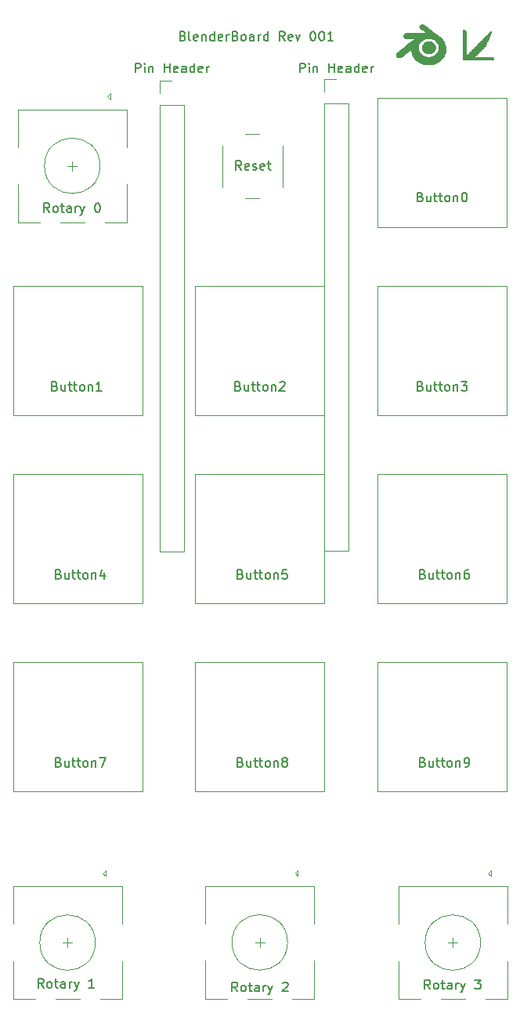
<source format=gbr>
%TF.GenerationSoftware,KiCad,Pcbnew,(5.1.10)-1*%
%TF.CreationDate,2022-09-07T09:40:49-04:00*%
%TF.ProjectId,BlenderMacroBoardPCB,426c656e-6465-4724-9d61-63726f426f61,rev?*%
%TF.SameCoordinates,Original*%
%TF.FileFunction,Legend,Top*%
%TF.FilePolarity,Positive*%
%FSLAX46Y46*%
G04 Gerber Fmt 4.6, Leading zero omitted, Abs format (unit mm)*
G04 Created by KiCad (PCBNEW (5.1.10)-1) date 2022-09-07 09:40:49*
%MOMM*%
%LPD*%
G01*
G04 APERTURE LIST*
%ADD10C,0.150000*%
%ADD11C,0.120000*%
%ADD12C,0.010000*%
G04 APERTURE END LIST*
D10*
X142185428Y-39044571D02*
X142328285Y-39092190D01*
X142375904Y-39139809D01*
X142423523Y-39235047D01*
X142423523Y-39377904D01*
X142375904Y-39473142D01*
X142328285Y-39520761D01*
X142233047Y-39568380D01*
X141852095Y-39568380D01*
X141852095Y-38568380D01*
X142185428Y-38568380D01*
X142280666Y-38616000D01*
X142328285Y-38663619D01*
X142375904Y-38758857D01*
X142375904Y-38854095D01*
X142328285Y-38949333D01*
X142280666Y-38996952D01*
X142185428Y-39044571D01*
X141852095Y-39044571D01*
X142994952Y-39568380D02*
X142899714Y-39520761D01*
X142852095Y-39425523D01*
X142852095Y-38568380D01*
X143756857Y-39520761D02*
X143661619Y-39568380D01*
X143471142Y-39568380D01*
X143375904Y-39520761D01*
X143328285Y-39425523D01*
X143328285Y-39044571D01*
X143375904Y-38949333D01*
X143471142Y-38901714D01*
X143661619Y-38901714D01*
X143756857Y-38949333D01*
X143804476Y-39044571D01*
X143804476Y-39139809D01*
X143328285Y-39235047D01*
X144233047Y-38901714D02*
X144233047Y-39568380D01*
X144233047Y-38996952D02*
X144280666Y-38949333D01*
X144375904Y-38901714D01*
X144518761Y-38901714D01*
X144614000Y-38949333D01*
X144661619Y-39044571D01*
X144661619Y-39568380D01*
X145566380Y-39568380D02*
X145566380Y-38568380D01*
X145566380Y-39520761D02*
X145471142Y-39568380D01*
X145280666Y-39568380D01*
X145185428Y-39520761D01*
X145137809Y-39473142D01*
X145090190Y-39377904D01*
X145090190Y-39092190D01*
X145137809Y-38996952D01*
X145185428Y-38949333D01*
X145280666Y-38901714D01*
X145471142Y-38901714D01*
X145566380Y-38949333D01*
X146423523Y-39520761D02*
X146328285Y-39568380D01*
X146137809Y-39568380D01*
X146042571Y-39520761D01*
X145994952Y-39425523D01*
X145994952Y-39044571D01*
X146042571Y-38949333D01*
X146137809Y-38901714D01*
X146328285Y-38901714D01*
X146423523Y-38949333D01*
X146471142Y-39044571D01*
X146471142Y-39139809D01*
X145994952Y-39235047D01*
X146899714Y-39568380D02*
X146899714Y-38901714D01*
X146899714Y-39092190D02*
X146947333Y-38996952D01*
X146994952Y-38949333D01*
X147090190Y-38901714D01*
X147185428Y-38901714D01*
X147852095Y-39044571D02*
X147994952Y-39092190D01*
X148042571Y-39139809D01*
X148090190Y-39235047D01*
X148090190Y-39377904D01*
X148042571Y-39473142D01*
X147994952Y-39520761D01*
X147899714Y-39568380D01*
X147518761Y-39568380D01*
X147518761Y-38568380D01*
X147852095Y-38568380D01*
X147947333Y-38616000D01*
X147994952Y-38663619D01*
X148042571Y-38758857D01*
X148042571Y-38854095D01*
X147994952Y-38949333D01*
X147947333Y-38996952D01*
X147852095Y-39044571D01*
X147518761Y-39044571D01*
X148661619Y-39568380D02*
X148566380Y-39520761D01*
X148518761Y-39473142D01*
X148471142Y-39377904D01*
X148471142Y-39092190D01*
X148518761Y-38996952D01*
X148566380Y-38949333D01*
X148661619Y-38901714D01*
X148804476Y-38901714D01*
X148899714Y-38949333D01*
X148947333Y-38996952D01*
X148994952Y-39092190D01*
X148994952Y-39377904D01*
X148947333Y-39473142D01*
X148899714Y-39520761D01*
X148804476Y-39568380D01*
X148661619Y-39568380D01*
X149852095Y-39568380D02*
X149852095Y-39044571D01*
X149804476Y-38949333D01*
X149709238Y-38901714D01*
X149518761Y-38901714D01*
X149423523Y-38949333D01*
X149852095Y-39520761D02*
X149756857Y-39568380D01*
X149518761Y-39568380D01*
X149423523Y-39520761D01*
X149375904Y-39425523D01*
X149375904Y-39330285D01*
X149423523Y-39235047D01*
X149518761Y-39187428D01*
X149756857Y-39187428D01*
X149852095Y-39139809D01*
X150328285Y-39568380D02*
X150328285Y-38901714D01*
X150328285Y-39092190D02*
X150375904Y-38996952D01*
X150423523Y-38949333D01*
X150518761Y-38901714D01*
X150614000Y-38901714D01*
X151375904Y-39568380D02*
X151375904Y-38568380D01*
X151375904Y-39520761D02*
X151280666Y-39568380D01*
X151090190Y-39568380D01*
X150994952Y-39520761D01*
X150947333Y-39473142D01*
X150899714Y-39377904D01*
X150899714Y-39092190D01*
X150947333Y-38996952D01*
X150994952Y-38949333D01*
X151090190Y-38901714D01*
X151280666Y-38901714D01*
X151375904Y-38949333D01*
X153185428Y-39568380D02*
X152852095Y-39092190D01*
X152614000Y-39568380D02*
X152614000Y-38568380D01*
X152994952Y-38568380D01*
X153090190Y-38616000D01*
X153137809Y-38663619D01*
X153185428Y-38758857D01*
X153185428Y-38901714D01*
X153137809Y-38996952D01*
X153090190Y-39044571D01*
X152994952Y-39092190D01*
X152614000Y-39092190D01*
X153994952Y-39520761D02*
X153899714Y-39568380D01*
X153709238Y-39568380D01*
X153614000Y-39520761D01*
X153566380Y-39425523D01*
X153566380Y-39044571D01*
X153614000Y-38949333D01*
X153709238Y-38901714D01*
X153899714Y-38901714D01*
X153994952Y-38949333D01*
X154042571Y-39044571D01*
X154042571Y-39139809D01*
X153566380Y-39235047D01*
X154375904Y-38901714D02*
X154614000Y-39568380D01*
X154852095Y-38901714D01*
X156185428Y-38568380D02*
X156280666Y-38568380D01*
X156375904Y-38616000D01*
X156423523Y-38663619D01*
X156471142Y-38758857D01*
X156518761Y-38949333D01*
X156518761Y-39187428D01*
X156471142Y-39377904D01*
X156423523Y-39473142D01*
X156375904Y-39520761D01*
X156280666Y-39568380D01*
X156185428Y-39568380D01*
X156090190Y-39520761D01*
X156042571Y-39473142D01*
X155994952Y-39377904D01*
X155947333Y-39187428D01*
X155947333Y-38949333D01*
X155994952Y-38758857D01*
X156042571Y-38663619D01*
X156090190Y-38616000D01*
X156185428Y-38568380D01*
X157137809Y-38568380D02*
X157233047Y-38568380D01*
X157328285Y-38616000D01*
X157375904Y-38663619D01*
X157423523Y-38758857D01*
X157471142Y-38949333D01*
X157471142Y-39187428D01*
X157423523Y-39377904D01*
X157375904Y-39473142D01*
X157328285Y-39520761D01*
X157233047Y-39568380D01*
X157137809Y-39568380D01*
X157042571Y-39520761D01*
X156994952Y-39473142D01*
X156947333Y-39377904D01*
X156899714Y-39187428D01*
X156899714Y-38949333D01*
X156947333Y-38758857D01*
X156994952Y-38663619D01*
X157042571Y-38616000D01*
X157137809Y-38568380D01*
X158423523Y-39568380D02*
X157852095Y-39568380D01*
X158137809Y-39568380D02*
X158137809Y-38568380D01*
X158042571Y-38711238D01*
X157947333Y-38806476D01*
X157852095Y-38854095D01*
D11*
%TO.C,Reset*%
X152947000Y-55388000D02*
X152947000Y-50888000D01*
X148947000Y-56638000D02*
X150447000Y-56638000D01*
X146447000Y-50888000D02*
X146447000Y-55388000D01*
X150447000Y-49638000D02*
X148947000Y-49638000D01*
D12*
%TO.C,G\u002A\u002A\u002A*%
G36*
X168108484Y-37824574D02*
G01*
X168138075Y-37828762D01*
X168163308Y-37836221D01*
X168190472Y-37848479D01*
X168202841Y-37854834D01*
X168216368Y-37863562D01*
X168242287Y-37881915D01*
X168279612Y-37909136D01*
X168327357Y-37944469D01*
X168384535Y-37987160D01*
X168450161Y-38036452D01*
X168523247Y-38091589D01*
X168602808Y-38151816D01*
X168687858Y-38216376D01*
X168777409Y-38284514D01*
X168870477Y-38355475D01*
X168966073Y-38428502D01*
X169063213Y-38502840D01*
X169160909Y-38577732D01*
X169258176Y-38652424D01*
X169354028Y-38726158D01*
X169447477Y-38798181D01*
X169537537Y-38867734D01*
X169623223Y-38934064D01*
X169703548Y-38996414D01*
X169777526Y-39054028D01*
X169844170Y-39106150D01*
X169902494Y-39152025D01*
X169951511Y-39190897D01*
X169990237Y-39222010D01*
X170017683Y-39244609D01*
X170027600Y-39253123D01*
X170127136Y-39350490D01*
X170220905Y-39460824D01*
X170306718Y-39580806D01*
X170382386Y-39707114D01*
X170445721Y-39836427D01*
X170492066Y-39957791D01*
X170535506Y-40117117D01*
X170562246Y-40277299D01*
X170572434Y-40437484D01*
X170566217Y-40596818D01*
X170543741Y-40754448D01*
X170505155Y-40909521D01*
X170450604Y-41061184D01*
X170380237Y-41208583D01*
X170294201Y-41350864D01*
X170238268Y-41429265D01*
X170196644Y-41480360D01*
X170144894Y-41537655D01*
X170086685Y-41597534D01*
X170025690Y-41656380D01*
X169965576Y-41710577D01*
X169910016Y-41756509D01*
X169893141Y-41769357D01*
X169743904Y-41869572D01*
X169586007Y-41955466D01*
X169420439Y-42026632D01*
X169248188Y-42082668D01*
X169070241Y-42123167D01*
X169003133Y-42134136D01*
X168947914Y-42140530D01*
X168880910Y-42145640D01*
X168806758Y-42149342D01*
X168730093Y-42151513D01*
X168655549Y-42152029D01*
X168587764Y-42150768D01*
X168531371Y-42147607D01*
X168523316Y-42146878D01*
X168347536Y-42122205D01*
X168177328Y-42083173D01*
X168013545Y-42030420D01*
X167857040Y-41964588D01*
X167708666Y-41886316D01*
X167569275Y-41796244D01*
X167439721Y-41695012D01*
X167320858Y-41583262D01*
X167213536Y-41461631D01*
X167118611Y-41330762D01*
X167036935Y-41191293D01*
X166969360Y-41043866D01*
X166937611Y-40956913D01*
X166904232Y-40842825D01*
X166882969Y-40736567D01*
X166873289Y-40634711D01*
X166873882Y-40546867D01*
X166879484Y-40441033D01*
X166859692Y-40458967D01*
X166848032Y-40468945D01*
X166824524Y-40488560D01*
X166790454Y-40516762D01*
X166747107Y-40552500D01*
X166695768Y-40594723D01*
X166637725Y-40642380D01*
X166574261Y-40694420D01*
X166506663Y-40749793D01*
X166436217Y-40807448D01*
X166364208Y-40866333D01*
X166291921Y-40925398D01*
X166220643Y-40983592D01*
X166151660Y-41039865D01*
X166086256Y-41093165D01*
X166025717Y-41142442D01*
X165971330Y-41186644D01*
X165924380Y-41224721D01*
X165886152Y-41255623D01*
X165857932Y-41278297D01*
X165841006Y-41291694D01*
X165838897Y-41293313D01*
X165768538Y-41338613D01*
X165695124Y-41371087D01*
X165620676Y-41390701D01*
X165547215Y-41397419D01*
X165476759Y-41391206D01*
X165411330Y-41372027D01*
X165352946Y-41339846D01*
X165310650Y-41302550D01*
X165280714Y-41264756D01*
X165260388Y-41224717D01*
X165246887Y-41176352D01*
X165243054Y-41155077D01*
X165240280Y-41087321D01*
X165252257Y-41016811D01*
X165277876Y-40946729D01*
X165316030Y-40880255D01*
X165356236Y-40830300D01*
X165369456Y-40818210D01*
X165395596Y-40796321D01*
X165434091Y-40765074D01*
X165484376Y-40724909D01*
X165545884Y-40676269D01*
X165618052Y-40619596D01*
X165700313Y-40555331D01*
X165792103Y-40483916D01*
X165892857Y-40405792D01*
X166002009Y-40321401D01*
X166073132Y-40266551D01*
X167593402Y-40266551D01*
X167593821Y-40388138D01*
X167610562Y-40508688D01*
X167643553Y-40627119D01*
X167692720Y-40742349D01*
X167753745Y-40846964D01*
X167832325Y-40949996D01*
X167923619Y-41042877D01*
X168026197Y-41124762D01*
X168138627Y-41194810D01*
X168259480Y-41252177D01*
X168387325Y-41296021D01*
X168520731Y-41325499D01*
X168579800Y-41333587D01*
X168639201Y-41337659D01*
X168708859Y-41338356D01*
X168782482Y-41335897D01*
X168853779Y-41330505D01*
X168916460Y-41322400D01*
X168921077Y-41321613D01*
X169032159Y-41296245D01*
X169143621Y-41259538D01*
X169251004Y-41213354D01*
X169349849Y-41159553D01*
X169416162Y-41114980D01*
X169518479Y-41029657D01*
X169607160Y-40936149D01*
X169681905Y-40835578D01*
X169742414Y-40729065D01*
X169788387Y-40617732D01*
X169819523Y-40502700D01*
X169835522Y-40385091D01*
X169836083Y-40266027D01*
X169820908Y-40146628D01*
X169789695Y-40028017D01*
X169742143Y-39911316D01*
X169739735Y-39906372D01*
X169675379Y-39794091D01*
X169597619Y-39691319D01*
X169507538Y-39598799D01*
X169406218Y-39517275D01*
X169294743Y-39447489D01*
X169174197Y-39390184D01*
X169045661Y-39346103D01*
X168910219Y-39315989D01*
X168870418Y-39310056D01*
X168821314Y-39305708D01*
X168761466Y-39303772D01*
X168695678Y-39304094D01*
X168628754Y-39306518D01*
X168565499Y-39310889D01*
X168510716Y-39317051D01*
X168478200Y-39322729D01*
X168342569Y-39359853D01*
X168214769Y-39410240D01*
X168095866Y-39473098D01*
X167986926Y-39547638D01*
X167889014Y-39633070D01*
X167803196Y-39728604D01*
X167730539Y-39833449D01*
X167690799Y-39906372D01*
X167641819Y-40024586D01*
X167609377Y-40145006D01*
X167593402Y-40266551D01*
X166073132Y-40266551D01*
X166118993Y-40231184D01*
X166243246Y-40135584D01*
X166363696Y-40043100D01*
X167323932Y-39306500D01*
X166760183Y-39301965D01*
X166638523Y-39300896D01*
X166532933Y-39299767D01*
X166442549Y-39298556D01*
X166366509Y-39297241D01*
X166303949Y-39295799D01*
X166254004Y-39294210D01*
X166215813Y-39292451D01*
X166188511Y-39290501D01*
X166171235Y-39288338D01*
X166165299Y-39286920D01*
X166117815Y-39264566D01*
X166073127Y-39232239D01*
X166037223Y-39194560D01*
X166027685Y-39180710D01*
X166013641Y-39155328D01*
X166005900Y-39132235D01*
X166002657Y-39104263D01*
X166002102Y-39079110D01*
X166009882Y-39013675D01*
X166033382Y-38953254D01*
X166071921Y-38898652D01*
X166124816Y-38850674D01*
X166191385Y-38810125D01*
X166251790Y-38784377D01*
X166306500Y-38764633D01*
X168483960Y-38756167D01*
X168171020Y-38502166D01*
X168087973Y-38434709D01*
X168017087Y-38376968D01*
X167957336Y-38328038D01*
X167907693Y-38287015D01*
X167867133Y-38252992D01*
X167834629Y-38225064D01*
X167809156Y-38202326D01*
X167789686Y-38183871D01*
X167775194Y-38168795D01*
X167764654Y-38156192D01*
X167757039Y-38145155D01*
X167751323Y-38134781D01*
X167748908Y-38129672D01*
X167734985Y-38079724D01*
X167736668Y-38028393D01*
X167753020Y-37977908D01*
X167783104Y-37930499D01*
X167825985Y-37888395D01*
X167860134Y-37865012D01*
X167920216Y-37838379D01*
X167989814Y-37824200D01*
X168068249Y-37822128D01*
X168108484Y-37824574D01*
G37*
X168108484Y-37824574D02*
X168138075Y-37828762D01*
X168163308Y-37836221D01*
X168190472Y-37848479D01*
X168202841Y-37854834D01*
X168216368Y-37863562D01*
X168242287Y-37881915D01*
X168279612Y-37909136D01*
X168327357Y-37944469D01*
X168384535Y-37987160D01*
X168450161Y-38036452D01*
X168523247Y-38091589D01*
X168602808Y-38151816D01*
X168687858Y-38216376D01*
X168777409Y-38284514D01*
X168870477Y-38355475D01*
X168966073Y-38428502D01*
X169063213Y-38502840D01*
X169160909Y-38577732D01*
X169258176Y-38652424D01*
X169354028Y-38726158D01*
X169447477Y-38798181D01*
X169537537Y-38867734D01*
X169623223Y-38934064D01*
X169703548Y-38996414D01*
X169777526Y-39054028D01*
X169844170Y-39106150D01*
X169902494Y-39152025D01*
X169951511Y-39190897D01*
X169990237Y-39222010D01*
X170017683Y-39244609D01*
X170027600Y-39253123D01*
X170127136Y-39350490D01*
X170220905Y-39460824D01*
X170306718Y-39580806D01*
X170382386Y-39707114D01*
X170445721Y-39836427D01*
X170492066Y-39957791D01*
X170535506Y-40117117D01*
X170562246Y-40277299D01*
X170572434Y-40437484D01*
X170566217Y-40596818D01*
X170543741Y-40754448D01*
X170505155Y-40909521D01*
X170450604Y-41061184D01*
X170380237Y-41208583D01*
X170294201Y-41350864D01*
X170238268Y-41429265D01*
X170196644Y-41480360D01*
X170144894Y-41537655D01*
X170086685Y-41597534D01*
X170025690Y-41656380D01*
X169965576Y-41710577D01*
X169910016Y-41756509D01*
X169893141Y-41769357D01*
X169743904Y-41869572D01*
X169586007Y-41955466D01*
X169420439Y-42026632D01*
X169248188Y-42082668D01*
X169070241Y-42123167D01*
X169003133Y-42134136D01*
X168947914Y-42140530D01*
X168880910Y-42145640D01*
X168806758Y-42149342D01*
X168730093Y-42151513D01*
X168655549Y-42152029D01*
X168587764Y-42150768D01*
X168531371Y-42147607D01*
X168523316Y-42146878D01*
X168347536Y-42122205D01*
X168177328Y-42083173D01*
X168013545Y-42030420D01*
X167857040Y-41964588D01*
X167708666Y-41886316D01*
X167569275Y-41796244D01*
X167439721Y-41695012D01*
X167320858Y-41583262D01*
X167213536Y-41461631D01*
X167118611Y-41330762D01*
X167036935Y-41191293D01*
X166969360Y-41043866D01*
X166937611Y-40956913D01*
X166904232Y-40842825D01*
X166882969Y-40736567D01*
X166873289Y-40634711D01*
X166873882Y-40546867D01*
X166879484Y-40441033D01*
X166859692Y-40458967D01*
X166848032Y-40468945D01*
X166824524Y-40488560D01*
X166790454Y-40516762D01*
X166747107Y-40552500D01*
X166695768Y-40594723D01*
X166637725Y-40642380D01*
X166574261Y-40694420D01*
X166506663Y-40749793D01*
X166436217Y-40807448D01*
X166364208Y-40866333D01*
X166291921Y-40925398D01*
X166220643Y-40983592D01*
X166151660Y-41039865D01*
X166086256Y-41093165D01*
X166025717Y-41142442D01*
X165971330Y-41186644D01*
X165924380Y-41224721D01*
X165886152Y-41255623D01*
X165857932Y-41278297D01*
X165841006Y-41291694D01*
X165838897Y-41293313D01*
X165768538Y-41338613D01*
X165695124Y-41371087D01*
X165620676Y-41390701D01*
X165547215Y-41397419D01*
X165476759Y-41391206D01*
X165411330Y-41372027D01*
X165352946Y-41339846D01*
X165310650Y-41302550D01*
X165280714Y-41264756D01*
X165260388Y-41224717D01*
X165246887Y-41176352D01*
X165243054Y-41155077D01*
X165240280Y-41087321D01*
X165252257Y-41016811D01*
X165277876Y-40946729D01*
X165316030Y-40880255D01*
X165356236Y-40830300D01*
X165369456Y-40818210D01*
X165395596Y-40796321D01*
X165434091Y-40765074D01*
X165484376Y-40724909D01*
X165545884Y-40676269D01*
X165618052Y-40619596D01*
X165700313Y-40555331D01*
X165792103Y-40483916D01*
X165892857Y-40405792D01*
X166002009Y-40321401D01*
X166073132Y-40266551D01*
X167593402Y-40266551D01*
X167593821Y-40388138D01*
X167610562Y-40508688D01*
X167643553Y-40627119D01*
X167692720Y-40742349D01*
X167753745Y-40846964D01*
X167832325Y-40949996D01*
X167923619Y-41042877D01*
X168026197Y-41124762D01*
X168138627Y-41194810D01*
X168259480Y-41252177D01*
X168387325Y-41296021D01*
X168520731Y-41325499D01*
X168579800Y-41333587D01*
X168639201Y-41337659D01*
X168708859Y-41338356D01*
X168782482Y-41335897D01*
X168853779Y-41330505D01*
X168916460Y-41322400D01*
X168921077Y-41321613D01*
X169032159Y-41296245D01*
X169143621Y-41259538D01*
X169251004Y-41213354D01*
X169349849Y-41159553D01*
X169416162Y-41114980D01*
X169518479Y-41029657D01*
X169607160Y-40936149D01*
X169681905Y-40835578D01*
X169742414Y-40729065D01*
X169788387Y-40617732D01*
X169819523Y-40502700D01*
X169835522Y-40385091D01*
X169836083Y-40266027D01*
X169820908Y-40146628D01*
X169789695Y-40028017D01*
X169742143Y-39911316D01*
X169739735Y-39906372D01*
X169675379Y-39794091D01*
X169597619Y-39691319D01*
X169507538Y-39598799D01*
X169406218Y-39517275D01*
X169294743Y-39447489D01*
X169174197Y-39390184D01*
X169045661Y-39346103D01*
X168910219Y-39315989D01*
X168870418Y-39310056D01*
X168821314Y-39305708D01*
X168761466Y-39303772D01*
X168695678Y-39304094D01*
X168628754Y-39306518D01*
X168565499Y-39310889D01*
X168510716Y-39317051D01*
X168478200Y-39322729D01*
X168342569Y-39359853D01*
X168214769Y-39410240D01*
X168095866Y-39473098D01*
X167986926Y-39547638D01*
X167889014Y-39633070D01*
X167803196Y-39728604D01*
X167730539Y-39833449D01*
X167690799Y-39906372D01*
X167641819Y-40024586D01*
X167609377Y-40145006D01*
X167593402Y-40266551D01*
X166073132Y-40266551D01*
X166118993Y-40231184D01*
X166243246Y-40135584D01*
X166363696Y-40043100D01*
X167323932Y-39306500D01*
X166760183Y-39301965D01*
X166638523Y-39300896D01*
X166532933Y-39299767D01*
X166442549Y-39298556D01*
X166366509Y-39297241D01*
X166303949Y-39295799D01*
X166254004Y-39294210D01*
X166215813Y-39292451D01*
X166188511Y-39290501D01*
X166171235Y-39288338D01*
X166165299Y-39286920D01*
X166117815Y-39264566D01*
X166073127Y-39232239D01*
X166037223Y-39194560D01*
X166027685Y-39180710D01*
X166013641Y-39155328D01*
X166005900Y-39132235D01*
X166002657Y-39104263D01*
X166002102Y-39079110D01*
X166009882Y-39013675D01*
X166033382Y-38953254D01*
X166071921Y-38898652D01*
X166124816Y-38850674D01*
X166191385Y-38810125D01*
X166251790Y-38784377D01*
X166306500Y-38764633D01*
X168483960Y-38756167D01*
X168171020Y-38502166D01*
X168087973Y-38434709D01*
X168017087Y-38376968D01*
X167957336Y-38328038D01*
X167907693Y-38287015D01*
X167867133Y-38252992D01*
X167834629Y-38225064D01*
X167809156Y-38202326D01*
X167789686Y-38183871D01*
X167775194Y-38168795D01*
X167764654Y-38156192D01*
X167757039Y-38145155D01*
X167751323Y-38134781D01*
X167748908Y-38129672D01*
X167734985Y-38079724D01*
X167736668Y-38028393D01*
X167753020Y-37977908D01*
X167783104Y-37930499D01*
X167825985Y-37888395D01*
X167860134Y-37865012D01*
X167920216Y-37838379D01*
X167989814Y-37824200D01*
X168068249Y-37822128D01*
X168108484Y-37824574D01*
G36*
X168740667Y-39637833D02*
G01*
X168794445Y-39638108D01*
X168835276Y-39639103D01*
X168867145Y-39641245D01*
X168894035Y-39644965D01*
X168919932Y-39650691D01*
X168948819Y-39658854D01*
X168956045Y-39661042D01*
X169060356Y-39700394D01*
X169154532Y-39751217D01*
X169237713Y-39812447D01*
X169309037Y-39883019D01*
X169367642Y-39961871D01*
X169412667Y-40047938D01*
X169443251Y-40140157D01*
X169458533Y-40237463D01*
X169460186Y-40283638D01*
X169456063Y-40366211D01*
X169443110Y-40439526D01*
X169419969Y-40509519D01*
X169397057Y-40559567D01*
X169342169Y-40650047D01*
X169274276Y-40730113D01*
X169194241Y-40799066D01*
X169102926Y-40856212D01*
X169001193Y-40900852D01*
X168956567Y-40915410D01*
X168894616Y-40929319D01*
X168822280Y-40938476D01*
X168745506Y-40942615D01*
X168670237Y-40941466D01*
X168602418Y-40934760D01*
X168586865Y-40932098D01*
X168483005Y-40904850D01*
X168387192Y-40864757D01*
X168300315Y-40813094D01*
X168223263Y-40751141D01*
X168156923Y-40680174D01*
X168102183Y-40601472D01*
X168059932Y-40516312D01*
X168031058Y-40425973D01*
X168016448Y-40331731D01*
X168016992Y-40234865D01*
X168033577Y-40136653D01*
X168033683Y-40136233D01*
X168064906Y-40046520D01*
X168111200Y-39960985D01*
X168170836Y-39881692D01*
X168242084Y-39810704D01*
X168323214Y-39750087D01*
X168388032Y-39713399D01*
X168446123Y-39686286D01*
X168498257Y-39666270D01*
X168548949Y-39652384D01*
X168602711Y-39643660D01*
X168664057Y-39639132D01*
X168737501Y-39637831D01*
X168740667Y-39637833D01*
G37*
X168740667Y-39637833D02*
X168794445Y-39638108D01*
X168835276Y-39639103D01*
X168867145Y-39641245D01*
X168894035Y-39644965D01*
X168919932Y-39650691D01*
X168948819Y-39658854D01*
X168956045Y-39661042D01*
X169060356Y-39700394D01*
X169154532Y-39751217D01*
X169237713Y-39812447D01*
X169309037Y-39883019D01*
X169367642Y-39961871D01*
X169412667Y-40047938D01*
X169443251Y-40140157D01*
X169458533Y-40237463D01*
X169460186Y-40283638D01*
X169456063Y-40366211D01*
X169443110Y-40439526D01*
X169419969Y-40509519D01*
X169397057Y-40559567D01*
X169342169Y-40650047D01*
X169274276Y-40730113D01*
X169194241Y-40799066D01*
X169102926Y-40856212D01*
X169001193Y-40900852D01*
X168956567Y-40915410D01*
X168894616Y-40929319D01*
X168822280Y-40938476D01*
X168745506Y-40942615D01*
X168670237Y-40941466D01*
X168602418Y-40934760D01*
X168586865Y-40932098D01*
X168483005Y-40904850D01*
X168387192Y-40864757D01*
X168300315Y-40813094D01*
X168223263Y-40751141D01*
X168156923Y-40680174D01*
X168102183Y-40601472D01*
X168059932Y-40516312D01*
X168031058Y-40425973D01*
X168016448Y-40331731D01*
X168016992Y-40234865D01*
X168033577Y-40136653D01*
X168033683Y-40136233D01*
X168064906Y-40046520D01*
X168111200Y-39960985D01*
X168170836Y-39881692D01*
X168242084Y-39810704D01*
X168323214Y-39750087D01*
X168388032Y-39713399D01*
X168446123Y-39686286D01*
X168498257Y-39666270D01*
X168548949Y-39652384D01*
X168602711Y-39643660D01*
X168664057Y-39639132D01*
X168737501Y-39637831D01*
X168740667Y-39637833D01*
G36*
X172486954Y-38355904D02*
G01*
X172498639Y-38357232D01*
X172517532Y-38358287D01*
X172540680Y-38358937D01*
X172557611Y-38359080D01*
X172612393Y-38359080D01*
X172683976Y-38483270D01*
X172755560Y-38607461D01*
X172755560Y-41219120D01*
X172852080Y-41219120D01*
X172852080Y-41167610D01*
X172852331Y-41141749D01*
X172854140Y-41123859D01*
X172859090Y-41112465D01*
X172868760Y-41106092D01*
X172884734Y-41103262D01*
X172908593Y-41102501D01*
X172921930Y-41102441D01*
X172974000Y-41102280D01*
X172974000Y-41049727D01*
X172974307Y-41022174D01*
X172976283Y-41003095D01*
X172981503Y-40990934D01*
X172991544Y-40984132D01*
X173007984Y-40981134D01*
X173032401Y-40980381D01*
X173044250Y-40980360D01*
X173095920Y-40980360D01*
X173095920Y-40928036D01*
X173096561Y-40899796D01*
X173098443Y-40880323D01*
X173101499Y-40870241D01*
X173102016Y-40869616D01*
X173110750Y-40866421D01*
X173129153Y-40864382D01*
X173156791Y-40863540D01*
X173162809Y-40863520D01*
X173217507Y-40863520D01*
X173218943Y-40806370D01*
X173220380Y-40749220D01*
X173339440Y-40746360D01*
X173342300Y-40627300D01*
X173401990Y-40625868D01*
X173461680Y-40624437D01*
X173461680Y-40507920D01*
X173578520Y-40507920D01*
X173578520Y-40391080D01*
X173700440Y-40391080D01*
X173700440Y-40269160D01*
X173822360Y-40269160D01*
X173822360Y-40147240D01*
X173939200Y-40147240D01*
X173939200Y-40030400D01*
X173997458Y-40030400D01*
X174055717Y-40030399D01*
X174057148Y-39970710D01*
X174058580Y-39911020D01*
X174115730Y-39909583D01*
X174172880Y-39908147D01*
X174172880Y-39857179D01*
X174173048Y-39828860D01*
X174174496Y-39809232D01*
X174178632Y-39796825D01*
X174186867Y-39790170D01*
X174200611Y-39787798D01*
X174221275Y-39788241D01*
X174238075Y-39789278D01*
X174292358Y-39792736D01*
X174290762Y-39741571D01*
X174290068Y-39713300D01*
X174290992Y-39693628D01*
X174294947Y-39680996D01*
X174303349Y-39673846D01*
X174317612Y-39670617D01*
X174339148Y-39669753D01*
X174355938Y-39669720D01*
X174411640Y-39669720D01*
X174411640Y-39618586D01*
X174411809Y-39590556D01*
X174413259Y-39571116D01*
X174417404Y-39558693D01*
X174425655Y-39551717D01*
X174439427Y-39548617D01*
X174460132Y-39547823D01*
X174475318Y-39547800D01*
X174528480Y-39547800D01*
X174528479Y-39499206D01*
X174528676Y-39471767D01*
X174530259Y-39452889D01*
X174534723Y-39440969D01*
X174543560Y-39434410D01*
X174558263Y-39431610D01*
X174580324Y-39430969D01*
X174592158Y-39430960D01*
X174645320Y-39430960D01*
X174645320Y-39382521D01*
X174645834Y-39356750D01*
X174647581Y-39338892D01*
X174650870Y-39326744D01*
X174653908Y-39320975D01*
X174658162Y-39315009D01*
X174662894Y-39311353D01*
X174670293Y-39309650D01*
X174682549Y-39309540D01*
X174701851Y-39310665D01*
X174712328Y-39311401D01*
X174762160Y-39314934D01*
X174762329Y-39264997D01*
X174762886Y-39236487D01*
X174765294Y-39216587D01*
X174770991Y-39203753D01*
X174781418Y-39196443D01*
X174798016Y-39193113D01*
X174822224Y-39192222D01*
X174830284Y-39192200D01*
X174879000Y-39192200D01*
X174879169Y-39145210D01*
X174879798Y-39117369D01*
X174882473Y-39098104D01*
X174888721Y-39085842D01*
X174900071Y-39079012D01*
X174918053Y-39076043D01*
X174944196Y-39075362D01*
X174947124Y-39075360D01*
X174995840Y-39075360D01*
X174996000Y-39028370D01*
X174996333Y-39005594D01*
X174997499Y-38990385D01*
X175000025Y-38980155D01*
X175004441Y-38972315D01*
X175008456Y-38967409D01*
X175014907Y-38960764D01*
X175021659Y-38956647D01*
X175031225Y-38954456D01*
X175046119Y-38953588D01*
X175066716Y-38953439D01*
X175112680Y-38953440D01*
X175112680Y-38908670D01*
X175112883Y-38886914D01*
X175113922Y-38872682D01*
X175116440Y-38863337D01*
X175121079Y-38856244D01*
X175126927Y-38850250D01*
X175134639Y-38843606D01*
X175142566Y-38839554D01*
X175153422Y-38837460D01*
X175169917Y-38836690D01*
X175185347Y-38836600D01*
X175229520Y-38836600D01*
X175229520Y-38791830D01*
X175229723Y-38770074D01*
X175230762Y-38755842D01*
X175233280Y-38746497D01*
X175237919Y-38739404D01*
X175243767Y-38733410D01*
X175251479Y-38726766D01*
X175259406Y-38722714D01*
X175270262Y-38720620D01*
X175286757Y-38719850D01*
X175302187Y-38719759D01*
X175346360Y-38719760D01*
X175346508Y-38675310D01*
X175346802Y-38653554D01*
X175347972Y-38639158D01*
X175350713Y-38629324D01*
X175355722Y-38621251D01*
X175361677Y-38614350D01*
X175376696Y-38597840D01*
X175493680Y-38597840D01*
X175493680Y-38660389D01*
X175493604Y-38686562D01*
X175493121Y-38704618D01*
X175491850Y-38716601D01*
X175489408Y-38724553D01*
X175485413Y-38730518D01*
X175479483Y-38736539D01*
X175479432Y-38736589D01*
X175471720Y-38743233D01*
X175463793Y-38747285D01*
X175452937Y-38749379D01*
X175436442Y-38750149D01*
X175421012Y-38750240D01*
X175376840Y-38750240D01*
X175376840Y-38811200D01*
X175407320Y-38811200D01*
X175407320Y-38936994D01*
X175389075Y-38950909D01*
X175379443Y-38957717D01*
X175370651Y-38961673D01*
X175359726Y-38963347D01*
X175343692Y-38963309D01*
X175328115Y-38962583D01*
X175285400Y-38960341D01*
X175285400Y-39029640D01*
X175315880Y-39029640D01*
X175315880Y-39092184D01*
X175315879Y-39154729D01*
X175300845Y-39165844D01*
X175291975Y-39171331D01*
X175281740Y-39174681D01*
X175267432Y-39176387D01*
X175246344Y-39176942D01*
X175239885Y-39176959D01*
X175193960Y-39176960D01*
X175193960Y-39215060D01*
X175194118Y-39234439D01*
X175195068Y-39245798D01*
X175197524Y-39251279D01*
X175202199Y-39253019D01*
X175206660Y-39253160D01*
X175219360Y-39253160D01*
X175219360Y-39318785D01*
X175219359Y-39384411D01*
X175201517Y-39395438D01*
X175191748Y-39400748D01*
X175181830Y-39403766D01*
X175168905Y-39404866D01*
X175150116Y-39404423D01*
X175138017Y-39403764D01*
X175092360Y-39401062D01*
X175092360Y-39446491D01*
X175092462Y-39468051D01*
X175093136Y-39481412D01*
X175094929Y-39488536D01*
X175098390Y-39491384D01*
X175104067Y-39491918D01*
X175105060Y-39491920D01*
X175117760Y-39491920D01*
X175117760Y-39557375D01*
X175117542Y-39587860D01*
X175115983Y-39609647D01*
X175111728Y-39624196D01*
X175103419Y-39632968D01*
X175089698Y-39637425D01*
X175069209Y-39639029D01*
X175041738Y-39639240D01*
X174990760Y-39639240D01*
X174990760Y-39687500D01*
X174990848Y-39709857D01*
X174991446Y-39723957D01*
X174993056Y-39731703D01*
X174996177Y-39734999D01*
X175001311Y-39735747D01*
X175003460Y-39735760D01*
X175016160Y-39735760D01*
X175016160Y-39871926D01*
X175000161Y-39877503D01*
X174988106Y-39879940D01*
X174969087Y-39881837D01*
X174946296Y-39882924D01*
X174934121Y-39883080D01*
X174884080Y-39883080D01*
X174884080Y-39989760D01*
X174909480Y-39989760D01*
X174909480Y-40130846D01*
X174886534Y-40134287D01*
X174870651Y-40135483D01*
X174848703Y-40135625D01*
X174824731Y-40134712D01*
X174817954Y-40134249D01*
X174772320Y-40130771D01*
X174772320Y-40264080D01*
X174640240Y-40264080D01*
X174640240Y-40401240D01*
X174508160Y-40401240D01*
X174508160Y-40533320D01*
X174371000Y-40533320D01*
X174371000Y-40664019D01*
X174347430Y-40667249D01*
X174330732Y-40668809D01*
X174308330Y-40669956D01*
X174284679Y-40670470D01*
X174281390Y-40670480D01*
X174238920Y-40670480D01*
X174238920Y-40802560D01*
X174101760Y-40802560D01*
X174101760Y-40939720D01*
X173969680Y-40939720D01*
X173969680Y-41071800D01*
X173832520Y-41071800D01*
X173832520Y-41208960D01*
X173700440Y-41208960D01*
X173700440Y-41336867D01*
X173955710Y-41333891D01*
X173994856Y-41333472D01*
X174043168Y-41333017D01*
X174099652Y-41332534D01*
X174163314Y-41332028D01*
X174233160Y-41331508D01*
X174308196Y-41330979D01*
X174387429Y-41330449D01*
X174469863Y-41329923D01*
X174554506Y-41329410D01*
X174640363Y-41328915D01*
X174726441Y-41328446D01*
X174811744Y-41328009D01*
X174837390Y-41327883D01*
X175463801Y-41324851D01*
X175585420Y-41394236D01*
X175707040Y-41463621D01*
X175707040Y-41531870D01*
X175706951Y-41556884D01*
X175706707Y-41577793D01*
X175706344Y-41592739D01*
X175705895Y-41599864D01*
X175705770Y-41600206D01*
X175699904Y-41600297D01*
X175684358Y-41600449D01*
X175659614Y-41600659D01*
X175626151Y-41600924D01*
X175584449Y-41601240D01*
X175534989Y-41601605D01*
X175478251Y-41602015D01*
X175414715Y-41602467D01*
X175344862Y-41602958D01*
X175269173Y-41603485D01*
X175188126Y-41604044D01*
X175102204Y-41604633D01*
X175011885Y-41605249D01*
X174917651Y-41605887D01*
X174819981Y-41606546D01*
X174719356Y-41607222D01*
X174616257Y-41607911D01*
X174511163Y-41608610D01*
X174404555Y-41609318D01*
X174296913Y-41610029D01*
X174188718Y-41610741D01*
X174080450Y-41611452D01*
X173972589Y-41612157D01*
X173865615Y-41612853D01*
X173760009Y-41613538D01*
X173656252Y-41614209D01*
X173554822Y-41614861D01*
X173456202Y-41615492D01*
X173360871Y-41616100D01*
X173269309Y-41616679D01*
X173181997Y-41617229D01*
X173099414Y-41617744D01*
X173022043Y-41618223D01*
X172950361Y-41618661D01*
X172884851Y-41619057D01*
X172825992Y-41619406D01*
X172774265Y-41619706D01*
X172730150Y-41619953D01*
X172694127Y-41620144D01*
X172666676Y-41620276D01*
X172648279Y-41620346D01*
X172642530Y-41620357D01*
X172471080Y-41620440D01*
X172471080Y-38352729D01*
X172486954Y-38355904D01*
G37*
X172486954Y-38355904D02*
X172498639Y-38357232D01*
X172517532Y-38358287D01*
X172540680Y-38358937D01*
X172557611Y-38359080D01*
X172612393Y-38359080D01*
X172683976Y-38483270D01*
X172755560Y-38607461D01*
X172755560Y-41219120D01*
X172852080Y-41219120D01*
X172852080Y-41167610D01*
X172852331Y-41141749D01*
X172854140Y-41123859D01*
X172859090Y-41112465D01*
X172868760Y-41106092D01*
X172884734Y-41103262D01*
X172908593Y-41102501D01*
X172921930Y-41102441D01*
X172974000Y-41102280D01*
X172974000Y-41049727D01*
X172974307Y-41022174D01*
X172976283Y-41003095D01*
X172981503Y-40990934D01*
X172991544Y-40984132D01*
X173007984Y-40981134D01*
X173032401Y-40980381D01*
X173044250Y-40980360D01*
X173095920Y-40980360D01*
X173095920Y-40928036D01*
X173096561Y-40899796D01*
X173098443Y-40880323D01*
X173101499Y-40870241D01*
X173102016Y-40869616D01*
X173110750Y-40866421D01*
X173129153Y-40864382D01*
X173156791Y-40863540D01*
X173162809Y-40863520D01*
X173217507Y-40863520D01*
X173218943Y-40806370D01*
X173220380Y-40749220D01*
X173339440Y-40746360D01*
X173342300Y-40627300D01*
X173401990Y-40625868D01*
X173461680Y-40624437D01*
X173461680Y-40507920D01*
X173578520Y-40507920D01*
X173578520Y-40391080D01*
X173700440Y-40391080D01*
X173700440Y-40269160D01*
X173822360Y-40269160D01*
X173822360Y-40147240D01*
X173939200Y-40147240D01*
X173939200Y-40030400D01*
X173997458Y-40030400D01*
X174055717Y-40030399D01*
X174057148Y-39970710D01*
X174058580Y-39911020D01*
X174115730Y-39909583D01*
X174172880Y-39908147D01*
X174172880Y-39857179D01*
X174173048Y-39828860D01*
X174174496Y-39809232D01*
X174178632Y-39796825D01*
X174186867Y-39790170D01*
X174200611Y-39787798D01*
X174221275Y-39788241D01*
X174238075Y-39789278D01*
X174292358Y-39792736D01*
X174290762Y-39741571D01*
X174290068Y-39713300D01*
X174290992Y-39693628D01*
X174294947Y-39680996D01*
X174303349Y-39673846D01*
X174317612Y-39670617D01*
X174339148Y-39669753D01*
X174355938Y-39669720D01*
X174411640Y-39669720D01*
X174411640Y-39618586D01*
X174411809Y-39590556D01*
X174413259Y-39571116D01*
X174417404Y-39558693D01*
X174425655Y-39551717D01*
X174439427Y-39548617D01*
X174460132Y-39547823D01*
X174475318Y-39547800D01*
X174528480Y-39547800D01*
X174528479Y-39499206D01*
X174528676Y-39471767D01*
X174530259Y-39452889D01*
X174534723Y-39440969D01*
X174543560Y-39434410D01*
X174558263Y-39431610D01*
X174580324Y-39430969D01*
X174592158Y-39430960D01*
X174645320Y-39430960D01*
X174645320Y-39382521D01*
X174645834Y-39356750D01*
X174647581Y-39338892D01*
X174650870Y-39326744D01*
X174653908Y-39320975D01*
X174658162Y-39315009D01*
X174662894Y-39311353D01*
X174670293Y-39309650D01*
X174682549Y-39309540D01*
X174701851Y-39310665D01*
X174712328Y-39311401D01*
X174762160Y-39314934D01*
X174762329Y-39264997D01*
X174762886Y-39236487D01*
X174765294Y-39216587D01*
X174770991Y-39203753D01*
X174781418Y-39196443D01*
X174798016Y-39193113D01*
X174822224Y-39192222D01*
X174830284Y-39192200D01*
X174879000Y-39192200D01*
X174879169Y-39145210D01*
X174879798Y-39117369D01*
X174882473Y-39098104D01*
X174888721Y-39085842D01*
X174900071Y-39079012D01*
X174918053Y-39076043D01*
X174944196Y-39075362D01*
X174947124Y-39075360D01*
X174995840Y-39075360D01*
X174996000Y-39028370D01*
X174996333Y-39005594D01*
X174997499Y-38990385D01*
X175000025Y-38980155D01*
X175004441Y-38972315D01*
X175008456Y-38967409D01*
X175014907Y-38960764D01*
X175021659Y-38956647D01*
X175031225Y-38954456D01*
X175046119Y-38953588D01*
X175066716Y-38953439D01*
X175112680Y-38953440D01*
X175112680Y-38908670D01*
X175112883Y-38886914D01*
X175113922Y-38872682D01*
X175116440Y-38863337D01*
X175121079Y-38856244D01*
X175126927Y-38850250D01*
X175134639Y-38843606D01*
X175142566Y-38839554D01*
X175153422Y-38837460D01*
X175169917Y-38836690D01*
X175185347Y-38836600D01*
X175229520Y-38836600D01*
X175229520Y-38791830D01*
X175229723Y-38770074D01*
X175230762Y-38755842D01*
X175233280Y-38746497D01*
X175237919Y-38739404D01*
X175243767Y-38733410D01*
X175251479Y-38726766D01*
X175259406Y-38722714D01*
X175270262Y-38720620D01*
X175286757Y-38719850D01*
X175302187Y-38719759D01*
X175346360Y-38719760D01*
X175346508Y-38675310D01*
X175346802Y-38653554D01*
X175347972Y-38639158D01*
X175350713Y-38629324D01*
X175355722Y-38621251D01*
X175361677Y-38614350D01*
X175376696Y-38597840D01*
X175493680Y-38597840D01*
X175493680Y-38660389D01*
X175493604Y-38686562D01*
X175493121Y-38704618D01*
X175491850Y-38716601D01*
X175489408Y-38724553D01*
X175485413Y-38730518D01*
X175479483Y-38736539D01*
X175479432Y-38736589D01*
X175471720Y-38743233D01*
X175463793Y-38747285D01*
X175452937Y-38749379D01*
X175436442Y-38750149D01*
X175421012Y-38750240D01*
X175376840Y-38750240D01*
X175376840Y-38811200D01*
X175407320Y-38811200D01*
X175407320Y-38936994D01*
X175389075Y-38950909D01*
X175379443Y-38957717D01*
X175370651Y-38961673D01*
X175359726Y-38963347D01*
X175343692Y-38963309D01*
X175328115Y-38962583D01*
X175285400Y-38960341D01*
X175285400Y-39029640D01*
X175315880Y-39029640D01*
X175315880Y-39092184D01*
X175315879Y-39154729D01*
X175300845Y-39165844D01*
X175291975Y-39171331D01*
X175281740Y-39174681D01*
X175267432Y-39176387D01*
X175246344Y-39176942D01*
X175239885Y-39176959D01*
X175193960Y-39176960D01*
X175193960Y-39215060D01*
X175194118Y-39234439D01*
X175195068Y-39245798D01*
X175197524Y-39251279D01*
X175202199Y-39253019D01*
X175206660Y-39253160D01*
X175219360Y-39253160D01*
X175219360Y-39318785D01*
X175219359Y-39384411D01*
X175201517Y-39395438D01*
X175191748Y-39400748D01*
X175181830Y-39403766D01*
X175168905Y-39404866D01*
X175150116Y-39404423D01*
X175138017Y-39403764D01*
X175092360Y-39401062D01*
X175092360Y-39446491D01*
X175092462Y-39468051D01*
X175093136Y-39481412D01*
X175094929Y-39488536D01*
X175098390Y-39491384D01*
X175104067Y-39491918D01*
X175105060Y-39491920D01*
X175117760Y-39491920D01*
X175117760Y-39557375D01*
X175117542Y-39587860D01*
X175115983Y-39609647D01*
X175111728Y-39624196D01*
X175103419Y-39632968D01*
X175089698Y-39637425D01*
X175069209Y-39639029D01*
X175041738Y-39639240D01*
X174990760Y-39639240D01*
X174990760Y-39687500D01*
X174990848Y-39709857D01*
X174991446Y-39723957D01*
X174993056Y-39731703D01*
X174996177Y-39734999D01*
X175001311Y-39735747D01*
X175003460Y-39735760D01*
X175016160Y-39735760D01*
X175016160Y-39871926D01*
X175000161Y-39877503D01*
X174988106Y-39879940D01*
X174969087Y-39881837D01*
X174946296Y-39882924D01*
X174934121Y-39883080D01*
X174884080Y-39883080D01*
X174884080Y-39989760D01*
X174909480Y-39989760D01*
X174909480Y-40130846D01*
X174886534Y-40134287D01*
X174870651Y-40135483D01*
X174848703Y-40135625D01*
X174824731Y-40134712D01*
X174817954Y-40134249D01*
X174772320Y-40130771D01*
X174772320Y-40264080D01*
X174640240Y-40264080D01*
X174640240Y-40401240D01*
X174508160Y-40401240D01*
X174508160Y-40533320D01*
X174371000Y-40533320D01*
X174371000Y-40664019D01*
X174347430Y-40667249D01*
X174330732Y-40668809D01*
X174308330Y-40669956D01*
X174284679Y-40670470D01*
X174281390Y-40670480D01*
X174238920Y-40670480D01*
X174238920Y-40802560D01*
X174101760Y-40802560D01*
X174101760Y-40939720D01*
X173969680Y-40939720D01*
X173969680Y-41071800D01*
X173832520Y-41071800D01*
X173832520Y-41208960D01*
X173700440Y-41208960D01*
X173700440Y-41336867D01*
X173955710Y-41333891D01*
X173994856Y-41333472D01*
X174043168Y-41333017D01*
X174099652Y-41332534D01*
X174163314Y-41332028D01*
X174233160Y-41331508D01*
X174308196Y-41330979D01*
X174387429Y-41330449D01*
X174469863Y-41329923D01*
X174554506Y-41329410D01*
X174640363Y-41328915D01*
X174726441Y-41328446D01*
X174811744Y-41328009D01*
X174837390Y-41327883D01*
X175463801Y-41324851D01*
X175585420Y-41394236D01*
X175707040Y-41463621D01*
X175707040Y-41531870D01*
X175706951Y-41556884D01*
X175706707Y-41577793D01*
X175706344Y-41592739D01*
X175705895Y-41599864D01*
X175705770Y-41600206D01*
X175699904Y-41600297D01*
X175684358Y-41600449D01*
X175659614Y-41600659D01*
X175626151Y-41600924D01*
X175584449Y-41601240D01*
X175534989Y-41601605D01*
X175478251Y-41602015D01*
X175414715Y-41602467D01*
X175344862Y-41602958D01*
X175269173Y-41603485D01*
X175188126Y-41604044D01*
X175102204Y-41604633D01*
X175011885Y-41605249D01*
X174917651Y-41605887D01*
X174819981Y-41606546D01*
X174719356Y-41607222D01*
X174616257Y-41607911D01*
X174511163Y-41608610D01*
X174404555Y-41609318D01*
X174296913Y-41610029D01*
X174188718Y-41610741D01*
X174080450Y-41611452D01*
X173972589Y-41612157D01*
X173865615Y-41612853D01*
X173760009Y-41613538D01*
X173656252Y-41614209D01*
X173554822Y-41614861D01*
X173456202Y-41615492D01*
X173360871Y-41616100D01*
X173269309Y-41616679D01*
X173181997Y-41617229D01*
X173099414Y-41617744D01*
X173022043Y-41618223D01*
X172950361Y-41618661D01*
X172884851Y-41619057D01*
X172825992Y-41619406D01*
X172774265Y-41619706D01*
X172730150Y-41619953D01*
X172694127Y-41620144D01*
X172666676Y-41620276D01*
X172648279Y-41620346D01*
X172642530Y-41620357D01*
X172471080Y-41620440D01*
X172471080Y-38352729D01*
X172486954Y-38355904D01*
D11*
%TO.C,Button9*%
X163195000Y-120650000D02*
X163195000Y-106680000D01*
X177165000Y-120650000D02*
X163195000Y-120650000D01*
X177165000Y-106680000D02*
X177165000Y-120650000D01*
X163195000Y-106680000D02*
X177165000Y-106680000D01*
%TO.C,Pin Header*%
X139640000Y-94802000D02*
X142300000Y-94802000D01*
X139640000Y-46482000D02*
X139640000Y-94802000D01*
X142300000Y-46482000D02*
X142300000Y-94802000D01*
X139640000Y-46482000D02*
X142300000Y-46482000D01*
X139640000Y-45212000D02*
X139640000Y-43882000D01*
X139640000Y-43882000D02*
X140970000Y-43882000D01*
%TO.C,Button3*%
X163195000Y-80010000D02*
X163195000Y-66040000D01*
X177165000Y-80010000D02*
X163195000Y-80010000D01*
X177165000Y-66040000D02*
X177165000Y-80010000D01*
X163195000Y-66040000D02*
X177165000Y-66040000D01*
%TO.C,Button6*%
X163195000Y-86360000D02*
X177165000Y-86360000D01*
X177165000Y-86360000D02*
X177165000Y-100330000D01*
X177165000Y-100330000D02*
X163195000Y-100330000D01*
X163195000Y-100330000D02*
X163195000Y-86360000D01*
%TO.C,Pin Header*%
X157420000Y-94675000D02*
X160080000Y-94675000D01*
X157420000Y-46355000D02*
X157420000Y-94675000D01*
X160080000Y-46355000D02*
X160080000Y-94675000D01*
X157420000Y-46355000D02*
X160080000Y-46355000D01*
X157420000Y-45085000D02*
X157420000Y-43755000D01*
X157420000Y-43755000D02*
X158750000Y-43755000D01*
%TO.C,Button0*%
X163195000Y-59690000D02*
X163195000Y-45720000D01*
X177165000Y-59690000D02*
X163195000Y-59690000D01*
X177165000Y-45720000D02*
X177165000Y-59690000D01*
X163195000Y-45720000D02*
X177165000Y-45720000D01*
%TO.C,Button4*%
X123825000Y-100330000D02*
X123825000Y-86360000D01*
X137795000Y-100330000D02*
X123825000Y-100330000D01*
X137795000Y-86360000D02*
X137795000Y-100330000D01*
X123825000Y-86360000D02*
X137795000Y-86360000D01*
%TO.C,Button1*%
X123825000Y-66040000D02*
X137795000Y-66040000D01*
X137795000Y-66040000D02*
X137795000Y-80010000D01*
X137795000Y-80010000D02*
X123825000Y-80010000D01*
X123825000Y-80010000D02*
X123825000Y-66040000D01*
%TO.C,Button5*%
X143510000Y-100330000D02*
X143510000Y-86360000D01*
X157480000Y-100330000D02*
X143510000Y-100330000D01*
X157480000Y-86360000D02*
X157480000Y-100330000D01*
X143510000Y-86360000D02*
X157480000Y-86360000D01*
%TO.C,Rotary 0*%
X130215000Y-52593000D02*
X130215000Y-53593000D01*
X130715000Y-53093000D02*
X129715000Y-53093000D01*
X126715000Y-59193000D02*
X124315000Y-59193000D01*
X131515000Y-59193000D02*
X128915000Y-59193000D01*
X136115000Y-59193000D02*
X133715000Y-59193000D01*
X134315000Y-45893000D02*
X134015000Y-45593000D01*
X134315000Y-45293000D02*
X134315000Y-45893000D01*
X134015000Y-45593000D02*
X134315000Y-45293000D01*
X136115000Y-46993000D02*
X124315000Y-46993000D01*
X136115000Y-51093000D02*
X136115000Y-46993000D01*
X124315000Y-51093000D02*
X124315000Y-46993000D01*
X124315000Y-59193000D02*
X124315000Y-55093000D01*
X136115000Y-55093000D02*
X136115000Y-59193000D01*
X133215000Y-53093000D02*
G75*
G03*
X133215000Y-53093000I-3000000J0D01*
G01*
%TO.C,Button2*%
X143510000Y-80010000D02*
X143510000Y-66040000D01*
X157480000Y-80010000D02*
X143510000Y-80010000D01*
X157480000Y-66040000D02*
X157480000Y-80010000D01*
X143510000Y-66040000D02*
X157480000Y-66040000D01*
%TO.C,Rotary 1*%
X129707000Y-136540000D02*
X129707000Y-137540000D01*
X130207000Y-137040000D02*
X129207000Y-137040000D01*
X126207000Y-143140000D02*
X123807000Y-143140000D01*
X131007000Y-143140000D02*
X128407000Y-143140000D01*
X135607000Y-143140000D02*
X133207000Y-143140000D01*
X133807000Y-129840000D02*
X133507000Y-129540000D01*
X133807000Y-129240000D02*
X133807000Y-129840000D01*
X133507000Y-129540000D02*
X133807000Y-129240000D01*
X135607000Y-130940000D02*
X123807000Y-130940000D01*
X135607000Y-135040000D02*
X135607000Y-130940000D01*
X123807000Y-135040000D02*
X123807000Y-130940000D01*
X123807000Y-143140000D02*
X123807000Y-139040000D01*
X135607000Y-139040000D02*
X135607000Y-143140000D01*
X132707000Y-137040000D02*
G75*
G03*
X132707000Y-137040000I-3000000J0D01*
G01*
%TO.C,Rotary 3*%
X171363000Y-136540000D02*
X171363000Y-137540000D01*
X171863000Y-137040000D02*
X170863000Y-137040000D01*
X167863000Y-143140000D02*
X165463000Y-143140000D01*
X172663000Y-143140000D02*
X170063000Y-143140000D01*
X177263000Y-143140000D02*
X174863000Y-143140000D01*
X175463000Y-129840000D02*
X175163000Y-129540000D01*
X175463000Y-129240000D02*
X175463000Y-129840000D01*
X175163000Y-129540000D02*
X175463000Y-129240000D01*
X177263000Y-130940000D02*
X165463000Y-130940000D01*
X177263000Y-135040000D02*
X177263000Y-130940000D01*
X165463000Y-135040000D02*
X165463000Y-130940000D01*
X165463000Y-143140000D02*
X165463000Y-139040000D01*
X177263000Y-139040000D02*
X177263000Y-143140000D01*
X174363000Y-137040000D02*
G75*
G03*
X174363000Y-137040000I-3000000J0D01*
G01*
%TO.C,Button7*%
X123825000Y-120650000D02*
X123825000Y-106680000D01*
X137795000Y-120650000D02*
X123825000Y-120650000D01*
X137795000Y-106680000D02*
X137795000Y-120650000D01*
X123825000Y-106680000D02*
X137795000Y-106680000D01*
%TO.C,Button8*%
X143510000Y-106680000D02*
X157480000Y-106680000D01*
X157480000Y-106680000D02*
X157480000Y-120650000D01*
X157480000Y-120650000D02*
X143510000Y-120650000D01*
X143510000Y-120650000D02*
X143510000Y-106680000D01*
%TO.C,Rotary 2*%
X153493082Y-137016945D02*
G75*
G03*
X153493082Y-137016945I-3000000J0D01*
G01*
X156393082Y-139016945D02*
X156393082Y-143116945D01*
X144593082Y-143116945D02*
X144593082Y-139016945D01*
X144593082Y-135016945D02*
X144593082Y-130916945D01*
X156393082Y-135016945D02*
X156393082Y-130916945D01*
X156393082Y-130916945D02*
X144593082Y-130916945D01*
X154293082Y-129516945D02*
X154593082Y-129216945D01*
X154593082Y-129216945D02*
X154593082Y-129816945D01*
X154593082Y-129816945D02*
X154293082Y-129516945D01*
X156393082Y-143116945D02*
X153993082Y-143116945D01*
X151793082Y-143116945D02*
X149193082Y-143116945D01*
X146993082Y-143116945D02*
X144593082Y-143116945D01*
X150993082Y-137016945D02*
X149993082Y-137016945D01*
X150493082Y-136516945D02*
X150493082Y-137516945D01*
%TO.C,Reset*%
D10*
X148494904Y-53538380D02*
X148161571Y-53062190D01*
X147923476Y-53538380D02*
X147923476Y-52538380D01*
X148304428Y-52538380D01*
X148399666Y-52586000D01*
X148447285Y-52633619D01*
X148494904Y-52728857D01*
X148494904Y-52871714D01*
X148447285Y-52966952D01*
X148399666Y-53014571D01*
X148304428Y-53062190D01*
X147923476Y-53062190D01*
X149304428Y-53490761D02*
X149209190Y-53538380D01*
X149018714Y-53538380D01*
X148923476Y-53490761D01*
X148875857Y-53395523D01*
X148875857Y-53014571D01*
X148923476Y-52919333D01*
X149018714Y-52871714D01*
X149209190Y-52871714D01*
X149304428Y-52919333D01*
X149352047Y-53014571D01*
X149352047Y-53109809D01*
X148875857Y-53205047D01*
X149733000Y-53490761D02*
X149828238Y-53538380D01*
X150018714Y-53538380D01*
X150113952Y-53490761D01*
X150161571Y-53395523D01*
X150161571Y-53347904D01*
X150113952Y-53252666D01*
X150018714Y-53205047D01*
X149875857Y-53205047D01*
X149780619Y-53157428D01*
X149733000Y-53062190D01*
X149733000Y-53014571D01*
X149780619Y-52919333D01*
X149875857Y-52871714D01*
X150018714Y-52871714D01*
X150113952Y-52919333D01*
X150971095Y-53490761D02*
X150875857Y-53538380D01*
X150685380Y-53538380D01*
X150590142Y-53490761D01*
X150542523Y-53395523D01*
X150542523Y-53014571D01*
X150590142Y-52919333D01*
X150685380Y-52871714D01*
X150875857Y-52871714D01*
X150971095Y-52919333D01*
X151018714Y-53014571D01*
X151018714Y-53109809D01*
X150542523Y-53205047D01*
X151304428Y-52871714D02*
X151685380Y-52871714D01*
X151447285Y-52538380D02*
X151447285Y-53395523D01*
X151494904Y-53490761D01*
X151590142Y-53538380D01*
X151685380Y-53538380D01*
%TO.C,Button9*%
X168100666Y-117530571D02*
X168243523Y-117578190D01*
X168291142Y-117625809D01*
X168338761Y-117721047D01*
X168338761Y-117863904D01*
X168291142Y-117959142D01*
X168243523Y-118006761D01*
X168148285Y-118054380D01*
X167767333Y-118054380D01*
X167767333Y-117054380D01*
X168100666Y-117054380D01*
X168195904Y-117102000D01*
X168243523Y-117149619D01*
X168291142Y-117244857D01*
X168291142Y-117340095D01*
X168243523Y-117435333D01*
X168195904Y-117482952D01*
X168100666Y-117530571D01*
X167767333Y-117530571D01*
X169195904Y-117387714D02*
X169195904Y-118054380D01*
X168767333Y-117387714D02*
X168767333Y-117911523D01*
X168814952Y-118006761D01*
X168910190Y-118054380D01*
X169053047Y-118054380D01*
X169148285Y-118006761D01*
X169195904Y-117959142D01*
X169529238Y-117387714D02*
X169910190Y-117387714D01*
X169672095Y-117054380D02*
X169672095Y-117911523D01*
X169719714Y-118006761D01*
X169814952Y-118054380D01*
X169910190Y-118054380D01*
X170100666Y-117387714D02*
X170481619Y-117387714D01*
X170243523Y-117054380D02*
X170243523Y-117911523D01*
X170291142Y-118006761D01*
X170386380Y-118054380D01*
X170481619Y-118054380D01*
X170957809Y-118054380D02*
X170862571Y-118006761D01*
X170814952Y-117959142D01*
X170767333Y-117863904D01*
X170767333Y-117578190D01*
X170814952Y-117482952D01*
X170862571Y-117435333D01*
X170957809Y-117387714D01*
X171100666Y-117387714D01*
X171195904Y-117435333D01*
X171243523Y-117482952D01*
X171291142Y-117578190D01*
X171291142Y-117863904D01*
X171243523Y-117959142D01*
X171195904Y-118006761D01*
X171100666Y-118054380D01*
X170957809Y-118054380D01*
X171719714Y-117387714D02*
X171719714Y-118054380D01*
X171719714Y-117482952D02*
X171767333Y-117435333D01*
X171862571Y-117387714D01*
X172005428Y-117387714D01*
X172100666Y-117435333D01*
X172148285Y-117530571D01*
X172148285Y-118054380D01*
X172672095Y-118054380D02*
X172862571Y-118054380D01*
X172957809Y-118006761D01*
X173005428Y-117959142D01*
X173100666Y-117816285D01*
X173148285Y-117625809D01*
X173148285Y-117244857D01*
X173100666Y-117149619D01*
X173053047Y-117102000D01*
X172957809Y-117054380D01*
X172767333Y-117054380D01*
X172672095Y-117102000D01*
X172624476Y-117149619D01*
X172576857Y-117244857D01*
X172576857Y-117482952D01*
X172624476Y-117578190D01*
X172672095Y-117625809D01*
X172767333Y-117673428D01*
X172957809Y-117673428D01*
X173053047Y-117625809D01*
X173100666Y-117578190D01*
X173148285Y-117482952D01*
%TO.C,Pin Header*%
X137041428Y-42997380D02*
X137041428Y-41997380D01*
X137422380Y-41997380D01*
X137517619Y-42045000D01*
X137565238Y-42092619D01*
X137612857Y-42187857D01*
X137612857Y-42330714D01*
X137565238Y-42425952D01*
X137517619Y-42473571D01*
X137422380Y-42521190D01*
X137041428Y-42521190D01*
X138041428Y-42997380D02*
X138041428Y-42330714D01*
X138041428Y-41997380D02*
X137993809Y-42045000D01*
X138041428Y-42092619D01*
X138089047Y-42045000D01*
X138041428Y-41997380D01*
X138041428Y-42092619D01*
X138517619Y-42330714D02*
X138517619Y-42997380D01*
X138517619Y-42425952D02*
X138565238Y-42378333D01*
X138660476Y-42330714D01*
X138803333Y-42330714D01*
X138898571Y-42378333D01*
X138946190Y-42473571D01*
X138946190Y-42997380D01*
X140184285Y-42997380D02*
X140184285Y-41997380D01*
X140184285Y-42473571D02*
X140755714Y-42473571D01*
X140755714Y-42997380D02*
X140755714Y-41997380D01*
X141612857Y-42949761D02*
X141517619Y-42997380D01*
X141327142Y-42997380D01*
X141231904Y-42949761D01*
X141184285Y-42854523D01*
X141184285Y-42473571D01*
X141231904Y-42378333D01*
X141327142Y-42330714D01*
X141517619Y-42330714D01*
X141612857Y-42378333D01*
X141660476Y-42473571D01*
X141660476Y-42568809D01*
X141184285Y-42664047D01*
X142517619Y-42997380D02*
X142517619Y-42473571D01*
X142470000Y-42378333D01*
X142374761Y-42330714D01*
X142184285Y-42330714D01*
X142089047Y-42378333D01*
X142517619Y-42949761D02*
X142422380Y-42997380D01*
X142184285Y-42997380D01*
X142089047Y-42949761D01*
X142041428Y-42854523D01*
X142041428Y-42759285D01*
X142089047Y-42664047D01*
X142184285Y-42616428D01*
X142422380Y-42616428D01*
X142517619Y-42568809D01*
X143422380Y-42997380D02*
X143422380Y-41997380D01*
X143422380Y-42949761D02*
X143327142Y-42997380D01*
X143136666Y-42997380D01*
X143041428Y-42949761D01*
X142993809Y-42902142D01*
X142946190Y-42806904D01*
X142946190Y-42521190D01*
X142993809Y-42425952D01*
X143041428Y-42378333D01*
X143136666Y-42330714D01*
X143327142Y-42330714D01*
X143422380Y-42378333D01*
X144279523Y-42949761D02*
X144184285Y-42997380D01*
X143993809Y-42997380D01*
X143898571Y-42949761D01*
X143850952Y-42854523D01*
X143850952Y-42473571D01*
X143898571Y-42378333D01*
X143993809Y-42330714D01*
X144184285Y-42330714D01*
X144279523Y-42378333D01*
X144327142Y-42473571D01*
X144327142Y-42568809D01*
X143850952Y-42664047D01*
X144755714Y-42997380D02*
X144755714Y-42330714D01*
X144755714Y-42521190D02*
X144803333Y-42425952D01*
X144850952Y-42378333D01*
X144946190Y-42330714D01*
X145041428Y-42330714D01*
%TO.C,Button3*%
X167846666Y-76890571D02*
X167989523Y-76938190D01*
X168037142Y-76985809D01*
X168084761Y-77081047D01*
X168084761Y-77223904D01*
X168037142Y-77319142D01*
X167989523Y-77366761D01*
X167894285Y-77414380D01*
X167513333Y-77414380D01*
X167513333Y-76414380D01*
X167846666Y-76414380D01*
X167941904Y-76462000D01*
X167989523Y-76509619D01*
X168037142Y-76604857D01*
X168037142Y-76700095D01*
X167989523Y-76795333D01*
X167941904Y-76842952D01*
X167846666Y-76890571D01*
X167513333Y-76890571D01*
X168941904Y-76747714D02*
X168941904Y-77414380D01*
X168513333Y-76747714D02*
X168513333Y-77271523D01*
X168560952Y-77366761D01*
X168656190Y-77414380D01*
X168799047Y-77414380D01*
X168894285Y-77366761D01*
X168941904Y-77319142D01*
X169275238Y-76747714D02*
X169656190Y-76747714D01*
X169418095Y-76414380D02*
X169418095Y-77271523D01*
X169465714Y-77366761D01*
X169560952Y-77414380D01*
X169656190Y-77414380D01*
X169846666Y-76747714D02*
X170227619Y-76747714D01*
X169989523Y-76414380D02*
X169989523Y-77271523D01*
X170037142Y-77366761D01*
X170132380Y-77414380D01*
X170227619Y-77414380D01*
X170703809Y-77414380D02*
X170608571Y-77366761D01*
X170560952Y-77319142D01*
X170513333Y-77223904D01*
X170513333Y-76938190D01*
X170560952Y-76842952D01*
X170608571Y-76795333D01*
X170703809Y-76747714D01*
X170846666Y-76747714D01*
X170941904Y-76795333D01*
X170989523Y-76842952D01*
X171037142Y-76938190D01*
X171037142Y-77223904D01*
X170989523Y-77319142D01*
X170941904Y-77366761D01*
X170846666Y-77414380D01*
X170703809Y-77414380D01*
X171465714Y-76747714D02*
X171465714Y-77414380D01*
X171465714Y-76842952D02*
X171513333Y-76795333D01*
X171608571Y-76747714D01*
X171751428Y-76747714D01*
X171846666Y-76795333D01*
X171894285Y-76890571D01*
X171894285Y-77414380D01*
X172275238Y-76414380D02*
X172894285Y-76414380D01*
X172560952Y-76795333D01*
X172703809Y-76795333D01*
X172799047Y-76842952D01*
X172846666Y-76890571D01*
X172894285Y-76985809D01*
X172894285Y-77223904D01*
X172846666Y-77319142D01*
X172799047Y-77366761D01*
X172703809Y-77414380D01*
X172418095Y-77414380D01*
X172322857Y-77366761D01*
X172275238Y-77319142D01*
%TO.C,Button6*%
X168100666Y-97210571D02*
X168243523Y-97258190D01*
X168291142Y-97305809D01*
X168338761Y-97401047D01*
X168338761Y-97543904D01*
X168291142Y-97639142D01*
X168243523Y-97686761D01*
X168148285Y-97734380D01*
X167767333Y-97734380D01*
X167767333Y-96734380D01*
X168100666Y-96734380D01*
X168195904Y-96782000D01*
X168243523Y-96829619D01*
X168291142Y-96924857D01*
X168291142Y-97020095D01*
X168243523Y-97115333D01*
X168195904Y-97162952D01*
X168100666Y-97210571D01*
X167767333Y-97210571D01*
X169195904Y-97067714D02*
X169195904Y-97734380D01*
X168767333Y-97067714D02*
X168767333Y-97591523D01*
X168814952Y-97686761D01*
X168910190Y-97734380D01*
X169053047Y-97734380D01*
X169148285Y-97686761D01*
X169195904Y-97639142D01*
X169529238Y-97067714D02*
X169910190Y-97067714D01*
X169672095Y-96734380D02*
X169672095Y-97591523D01*
X169719714Y-97686761D01*
X169814952Y-97734380D01*
X169910190Y-97734380D01*
X170100666Y-97067714D02*
X170481619Y-97067714D01*
X170243523Y-96734380D02*
X170243523Y-97591523D01*
X170291142Y-97686761D01*
X170386380Y-97734380D01*
X170481619Y-97734380D01*
X170957809Y-97734380D02*
X170862571Y-97686761D01*
X170814952Y-97639142D01*
X170767333Y-97543904D01*
X170767333Y-97258190D01*
X170814952Y-97162952D01*
X170862571Y-97115333D01*
X170957809Y-97067714D01*
X171100666Y-97067714D01*
X171195904Y-97115333D01*
X171243523Y-97162952D01*
X171291142Y-97258190D01*
X171291142Y-97543904D01*
X171243523Y-97639142D01*
X171195904Y-97686761D01*
X171100666Y-97734380D01*
X170957809Y-97734380D01*
X171719714Y-97067714D02*
X171719714Y-97734380D01*
X171719714Y-97162952D02*
X171767333Y-97115333D01*
X171862571Y-97067714D01*
X172005428Y-97067714D01*
X172100666Y-97115333D01*
X172148285Y-97210571D01*
X172148285Y-97734380D01*
X173053047Y-96734380D02*
X172862571Y-96734380D01*
X172767333Y-96782000D01*
X172719714Y-96829619D01*
X172624476Y-96972476D01*
X172576857Y-97162952D01*
X172576857Y-97543904D01*
X172624476Y-97639142D01*
X172672095Y-97686761D01*
X172767333Y-97734380D01*
X172957809Y-97734380D01*
X173053047Y-97686761D01*
X173100666Y-97639142D01*
X173148285Y-97543904D01*
X173148285Y-97305809D01*
X173100666Y-97210571D01*
X173053047Y-97162952D01*
X172957809Y-97115333D01*
X172767333Y-97115333D01*
X172672095Y-97162952D01*
X172624476Y-97210571D01*
X172576857Y-97305809D01*
%TO.C,Pin Header*%
X154821428Y-42997380D02*
X154821428Y-41997380D01*
X155202380Y-41997380D01*
X155297619Y-42045000D01*
X155345238Y-42092619D01*
X155392857Y-42187857D01*
X155392857Y-42330714D01*
X155345238Y-42425952D01*
X155297619Y-42473571D01*
X155202380Y-42521190D01*
X154821428Y-42521190D01*
X155821428Y-42997380D02*
X155821428Y-42330714D01*
X155821428Y-41997380D02*
X155773809Y-42045000D01*
X155821428Y-42092619D01*
X155869047Y-42045000D01*
X155821428Y-41997380D01*
X155821428Y-42092619D01*
X156297619Y-42330714D02*
X156297619Y-42997380D01*
X156297619Y-42425952D02*
X156345238Y-42378333D01*
X156440476Y-42330714D01*
X156583333Y-42330714D01*
X156678571Y-42378333D01*
X156726190Y-42473571D01*
X156726190Y-42997380D01*
X157964285Y-42997380D02*
X157964285Y-41997380D01*
X157964285Y-42473571D02*
X158535714Y-42473571D01*
X158535714Y-42997380D02*
X158535714Y-41997380D01*
X159392857Y-42949761D02*
X159297619Y-42997380D01*
X159107142Y-42997380D01*
X159011904Y-42949761D01*
X158964285Y-42854523D01*
X158964285Y-42473571D01*
X159011904Y-42378333D01*
X159107142Y-42330714D01*
X159297619Y-42330714D01*
X159392857Y-42378333D01*
X159440476Y-42473571D01*
X159440476Y-42568809D01*
X158964285Y-42664047D01*
X160297619Y-42997380D02*
X160297619Y-42473571D01*
X160250000Y-42378333D01*
X160154761Y-42330714D01*
X159964285Y-42330714D01*
X159869047Y-42378333D01*
X160297619Y-42949761D02*
X160202380Y-42997380D01*
X159964285Y-42997380D01*
X159869047Y-42949761D01*
X159821428Y-42854523D01*
X159821428Y-42759285D01*
X159869047Y-42664047D01*
X159964285Y-42616428D01*
X160202380Y-42616428D01*
X160297619Y-42568809D01*
X161202380Y-42997380D02*
X161202380Y-41997380D01*
X161202380Y-42949761D02*
X161107142Y-42997380D01*
X160916666Y-42997380D01*
X160821428Y-42949761D01*
X160773809Y-42902142D01*
X160726190Y-42806904D01*
X160726190Y-42521190D01*
X160773809Y-42425952D01*
X160821428Y-42378333D01*
X160916666Y-42330714D01*
X161107142Y-42330714D01*
X161202380Y-42378333D01*
X162059523Y-42949761D02*
X161964285Y-42997380D01*
X161773809Y-42997380D01*
X161678571Y-42949761D01*
X161630952Y-42854523D01*
X161630952Y-42473571D01*
X161678571Y-42378333D01*
X161773809Y-42330714D01*
X161964285Y-42330714D01*
X162059523Y-42378333D01*
X162107142Y-42473571D01*
X162107142Y-42568809D01*
X161630952Y-42664047D01*
X162535714Y-42997380D02*
X162535714Y-42330714D01*
X162535714Y-42521190D02*
X162583333Y-42425952D01*
X162630952Y-42378333D01*
X162726190Y-42330714D01*
X162821428Y-42330714D01*
%TO.C,Button0*%
X167846666Y-56443571D02*
X167989523Y-56491190D01*
X168037142Y-56538809D01*
X168084761Y-56634047D01*
X168084761Y-56776904D01*
X168037142Y-56872142D01*
X167989523Y-56919761D01*
X167894285Y-56967380D01*
X167513333Y-56967380D01*
X167513333Y-55967380D01*
X167846666Y-55967380D01*
X167941904Y-56015000D01*
X167989523Y-56062619D01*
X168037142Y-56157857D01*
X168037142Y-56253095D01*
X167989523Y-56348333D01*
X167941904Y-56395952D01*
X167846666Y-56443571D01*
X167513333Y-56443571D01*
X168941904Y-56300714D02*
X168941904Y-56967380D01*
X168513333Y-56300714D02*
X168513333Y-56824523D01*
X168560952Y-56919761D01*
X168656190Y-56967380D01*
X168799047Y-56967380D01*
X168894285Y-56919761D01*
X168941904Y-56872142D01*
X169275238Y-56300714D02*
X169656190Y-56300714D01*
X169418095Y-55967380D02*
X169418095Y-56824523D01*
X169465714Y-56919761D01*
X169560952Y-56967380D01*
X169656190Y-56967380D01*
X169846666Y-56300714D02*
X170227619Y-56300714D01*
X169989523Y-55967380D02*
X169989523Y-56824523D01*
X170037142Y-56919761D01*
X170132380Y-56967380D01*
X170227619Y-56967380D01*
X170703809Y-56967380D02*
X170608571Y-56919761D01*
X170560952Y-56872142D01*
X170513333Y-56776904D01*
X170513333Y-56491190D01*
X170560952Y-56395952D01*
X170608571Y-56348333D01*
X170703809Y-56300714D01*
X170846666Y-56300714D01*
X170941904Y-56348333D01*
X170989523Y-56395952D01*
X171037142Y-56491190D01*
X171037142Y-56776904D01*
X170989523Y-56872142D01*
X170941904Y-56919761D01*
X170846666Y-56967380D01*
X170703809Y-56967380D01*
X171465714Y-56300714D02*
X171465714Y-56967380D01*
X171465714Y-56395952D02*
X171513333Y-56348333D01*
X171608571Y-56300714D01*
X171751428Y-56300714D01*
X171846666Y-56348333D01*
X171894285Y-56443571D01*
X171894285Y-56967380D01*
X172560952Y-55967380D02*
X172656190Y-55967380D01*
X172751428Y-56015000D01*
X172799047Y-56062619D01*
X172846666Y-56157857D01*
X172894285Y-56348333D01*
X172894285Y-56586428D01*
X172846666Y-56776904D01*
X172799047Y-56872142D01*
X172751428Y-56919761D01*
X172656190Y-56967380D01*
X172560952Y-56967380D01*
X172465714Y-56919761D01*
X172418095Y-56872142D01*
X172370476Y-56776904D01*
X172322857Y-56586428D01*
X172322857Y-56348333D01*
X172370476Y-56157857D01*
X172418095Y-56062619D01*
X172465714Y-56015000D01*
X172560952Y-55967380D01*
%TO.C,Button4*%
X128730666Y-97210571D02*
X128873523Y-97258190D01*
X128921142Y-97305809D01*
X128968761Y-97401047D01*
X128968761Y-97543904D01*
X128921142Y-97639142D01*
X128873523Y-97686761D01*
X128778285Y-97734380D01*
X128397333Y-97734380D01*
X128397333Y-96734380D01*
X128730666Y-96734380D01*
X128825904Y-96782000D01*
X128873523Y-96829619D01*
X128921142Y-96924857D01*
X128921142Y-97020095D01*
X128873523Y-97115333D01*
X128825904Y-97162952D01*
X128730666Y-97210571D01*
X128397333Y-97210571D01*
X129825904Y-97067714D02*
X129825904Y-97734380D01*
X129397333Y-97067714D02*
X129397333Y-97591523D01*
X129444952Y-97686761D01*
X129540190Y-97734380D01*
X129683047Y-97734380D01*
X129778285Y-97686761D01*
X129825904Y-97639142D01*
X130159238Y-97067714D02*
X130540190Y-97067714D01*
X130302095Y-96734380D02*
X130302095Y-97591523D01*
X130349714Y-97686761D01*
X130444952Y-97734380D01*
X130540190Y-97734380D01*
X130730666Y-97067714D02*
X131111619Y-97067714D01*
X130873523Y-96734380D02*
X130873523Y-97591523D01*
X130921142Y-97686761D01*
X131016380Y-97734380D01*
X131111619Y-97734380D01*
X131587809Y-97734380D02*
X131492571Y-97686761D01*
X131444952Y-97639142D01*
X131397333Y-97543904D01*
X131397333Y-97258190D01*
X131444952Y-97162952D01*
X131492571Y-97115333D01*
X131587809Y-97067714D01*
X131730666Y-97067714D01*
X131825904Y-97115333D01*
X131873523Y-97162952D01*
X131921142Y-97258190D01*
X131921142Y-97543904D01*
X131873523Y-97639142D01*
X131825904Y-97686761D01*
X131730666Y-97734380D01*
X131587809Y-97734380D01*
X132349714Y-97067714D02*
X132349714Y-97734380D01*
X132349714Y-97162952D02*
X132397333Y-97115333D01*
X132492571Y-97067714D01*
X132635428Y-97067714D01*
X132730666Y-97115333D01*
X132778285Y-97210571D01*
X132778285Y-97734380D01*
X133683047Y-97067714D02*
X133683047Y-97734380D01*
X133444952Y-96686761D02*
X133206857Y-97401047D01*
X133825904Y-97401047D01*
%TO.C,Button1*%
X128349666Y-76890571D02*
X128492523Y-76938190D01*
X128540142Y-76985809D01*
X128587761Y-77081047D01*
X128587761Y-77223904D01*
X128540142Y-77319142D01*
X128492523Y-77366761D01*
X128397285Y-77414380D01*
X128016333Y-77414380D01*
X128016333Y-76414380D01*
X128349666Y-76414380D01*
X128444904Y-76462000D01*
X128492523Y-76509619D01*
X128540142Y-76604857D01*
X128540142Y-76700095D01*
X128492523Y-76795333D01*
X128444904Y-76842952D01*
X128349666Y-76890571D01*
X128016333Y-76890571D01*
X129444904Y-76747714D02*
X129444904Y-77414380D01*
X129016333Y-76747714D02*
X129016333Y-77271523D01*
X129063952Y-77366761D01*
X129159190Y-77414380D01*
X129302047Y-77414380D01*
X129397285Y-77366761D01*
X129444904Y-77319142D01*
X129778238Y-76747714D02*
X130159190Y-76747714D01*
X129921095Y-76414380D02*
X129921095Y-77271523D01*
X129968714Y-77366761D01*
X130063952Y-77414380D01*
X130159190Y-77414380D01*
X130349666Y-76747714D02*
X130730619Y-76747714D01*
X130492523Y-76414380D02*
X130492523Y-77271523D01*
X130540142Y-77366761D01*
X130635380Y-77414380D01*
X130730619Y-77414380D01*
X131206809Y-77414380D02*
X131111571Y-77366761D01*
X131063952Y-77319142D01*
X131016333Y-77223904D01*
X131016333Y-76938190D01*
X131063952Y-76842952D01*
X131111571Y-76795333D01*
X131206809Y-76747714D01*
X131349666Y-76747714D01*
X131444904Y-76795333D01*
X131492523Y-76842952D01*
X131540142Y-76938190D01*
X131540142Y-77223904D01*
X131492523Y-77319142D01*
X131444904Y-77366761D01*
X131349666Y-77414380D01*
X131206809Y-77414380D01*
X131968714Y-76747714D02*
X131968714Y-77414380D01*
X131968714Y-76842952D02*
X132016333Y-76795333D01*
X132111571Y-76747714D01*
X132254428Y-76747714D01*
X132349666Y-76795333D01*
X132397285Y-76890571D01*
X132397285Y-77414380D01*
X133397285Y-77414380D02*
X132825857Y-77414380D01*
X133111571Y-77414380D02*
X133111571Y-76414380D01*
X133016333Y-76557238D01*
X132921095Y-76652476D01*
X132825857Y-76700095D01*
%TO.C,Button5*%
X148415666Y-97210571D02*
X148558523Y-97258190D01*
X148606142Y-97305809D01*
X148653761Y-97401047D01*
X148653761Y-97543904D01*
X148606142Y-97639142D01*
X148558523Y-97686761D01*
X148463285Y-97734380D01*
X148082333Y-97734380D01*
X148082333Y-96734380D01*
X148415666Y-96734380D01*
X148510904Y-96782000D01*
X148558523Y-96829619D01*
X148606142Y-96924857D01*
X148606142Y-97020095D01*
X148558523Y-97115333D01*
X148510904Y-97162952D01*
X148415666Y-97210571D01*
X148082333Y-97210571D01*
X149510904Y-97067714D02*
X149510904Y-97734380D01*
X149082333Y-97067714D02*
X149082333Y-97591523D01*
X149129952Y-97686761D01*
X149225190Y-97734380D01*
X149368047Y-97734380D01*
X149463285Y-97686761D01*
X149510904Y-97639142D01*
X149844238Y-97067714D02*
X150225190Y-97067714D01*
X149987095Y-96734380D02*
X149987095Y-97591523D01*
X150034714Y-97686761D01*
X150129952Y-97734380D01*
X150225190Y-97734380D01*
X150415666Y-97067714D02*
X150796619Y-97067714D01*
X150558523Y-96734380D02*
X150558523Y-97591523D01*
X150606142Y-97686761D01*
X150701380Y-97734380D01*
X150796619Y-97734380D01*
X151272809Y-97734380D02*
X151177571Y-97686761D01*
X151129952Y-97639142D01*
X151082333Y-97543904D01*
X151082333Y-97258190D01*
X151129952Y-97162952D01*
X151177571Y-97115333D01*
X151272809Y-97067714D01*
X151415666Y-97067714D01*
X151510904Y-97115333D01*
X151558523Y-97162952D01*
X151606142Y-97258190D01*
X151606142Y-97543904D01*
X151558523Y-97639142D01*
X151510904Y-97686761D01*
X151415666Y-97734380D01*
X151272809Y-97734380D01*
X152034714Y-97067714D02*
X152034714Y-97734380D01*
X152034714Y-97162952D02*
X152082333Y-97115333D01*
X152177571Y-97067714D01*
X152320428Y-97067714D01*
X152415666Y-97115333D01*
X152463285Y-97210571D01*
X152463285Y-97734380D01*
X153415666Y-96734380D02*
X152939476Y-96734380D01*
X152891857Y-97210571D01*
X152939476Y-97162952D01*
X153034714Y-97115333D01*
X153272809Y-97115333D01*
X153368047Y-97162952D01*
X153415666Y-97210571D01*
X153463285Y-97305809D01*
X153463285Y-97543904D01*
X153415666Y-97639142D01*
X153368047Y-97686761D01*
X153272809Y-97734380D01*
X153034714Y-97734380D01*
X152939476Y-97686761D01*
X152891857Y-97639142D01*
%TO.C,Rotary 0*%
X127746428Y-58110380D02*
X127413095Y-57634190D01*
X127175000Y-58110380D02*
X127175000Y-57110380D01*
X127555952Y-57110380D01*
X127651190Y-57158000D01*
X127698809Y-57205619D01*
X127746428Y-57300857D01*
X127746428Y-57443714D01*
X127698809Y-57538952D01*
X127651190Y-57586571D01*
X127555952Y-57634190D01*
X127175000Y-57634190D01*
X128317857Y-58110380D02*
X128222619Y-58062761D01*
X128175000Y-58015142D01*
X128127380Y-57919904D01*
X128127380Y-57634190D01*
X128175000Y-57538952D01*
X128222619Y-57491333D01*
X128317857Y-57443714D01*
X128460714Y-57443714D01*
X128555952Y-57491333D01*
X128603571Y-57538952D01*
X128651190Y-57634190D01*
X128651190Y-57919904D01*
X128603571Y-58015142D01*
X128555952Y-58062761D01*
X128460714Y-58110380D01*
X128317857Y-58110380D01*
X128936904Y-57443714D02*
X129317857Y-57443714D01*
X129079761Y-57110380D02*
X129079761Y-57967523D01*
X129127380Y-58062761D01*
X129222619Y-58110380D01*
X129317857Y-58110380D01*
X130079761Y-58110380D02*
X130079761Y-57586571D01*
X130032142Y-57491333D01*
X129936904Y-57443714D01*
X129746428Y-57443714D01*
X129651190Y-57491333D01*
X130079761Y-58062761D02*
X129984523Y-58110380D01*
X129746428Y-58110380D01*
X129651190Y-58062761D01*
X129603571Y-57967523D01*
X129603571Y-57872285D01*
X129651190Y-57777047D01*
X129746428Y-57729428D01*
X129984523Y-57729428D01*
X130079761Y-57681809D01*
X130555952Y-58110380D02*
X130555952Y-57443714D01*
X130555952Y-57634190D02*
X130603571Y-57538952D01*
X130651190Y-57491333D01*
X130746428Y-57443714D01*
X130841666Y-57443714D01*
X131079761Y-57443714D02*
X131317857Y-58110380D01*
X131555952Y-57443714D02*
X131317857Y-58110380D01*
X131222619Y-58348476D01*
X131175000Y-58396095D01*
X131079761Y-58443714D01*
X132889285Y-57110380D02*
X132984523Y-57110380D01*
X133079761Y-57158000D01*
X133127380Y-57205619D01*
X133175000Y-57300857D01*
X133222619Y-57491333D01*
X133222619Y-57729428D01*
X133175000Y-57919904D01*
X133127380Y-58015142D01*
X133079761Y-58062761D01*
X132984523Y-58110380D01*
X132889285Y-58110380D01*
X132794047Y-58062761D01*
X132746428Y-58015142D01*
X132698809Y-57919904D01*
X132651190Y-57729428D01*
X132651190Y-57491333D01*
X132698809Y-57300857D01*
X132746428Y-57205619D01*
X132794047Y-57158000D01*
X132889285Y-57110380D01*
%TO.C,Button2*%
X148161666Y-76890571D02*
X148304523Y-76938190D01*
X148352142Y-76985809D01*
X148399761Y-77081047D01*
X148399761Y-77223904D01*
X148352142Y-77319142D01*
X148304523Y-77366761D01*
X148209285Y-77414380D01*
X147828333Y-77414380D01*
X147828333Y-76414380D01*
X148161666Y-76414380D01*
X148256904Y-76462000D01*
X148304523Y-76509619D01*
X148352142Y-76604857D01*
X148352142Y-76700095D01*
X148304523Y-76795333D01*
X148256904Y-76842952D01*
X148161666Y-76890571D01*
X147828333Y-76890571D01*
X149256904Y-76747714D02*
X149256904Y-77414380D01*
X148828333Y-76747714D02*
X148828333Y-77271523D01*
X148875952Y-77366761D01*
X148971190Y-77414380D01*
X149114047Y-77414380D01*
X149209285Y-77366761D01*
X149256904Y-77319142D01*
X149590238Y-76747714D02*
X149971190Y-76747714D01*
X149733095Y-76414380D02*
X149733095Y-77271523D01*
X149780714Y-77366761D01*
X149875952Y-77414380D01*
X149971190Y-77414380D01*
X150161666Y-76747714D02*
X150542619Y-76747714D01*
X150304523Y-76414380D02*
X150304523Y-77271523D01*
X150352142Y-77366761D01*
X150447380Y-77414380D01*
X150542619Y-77414380D01*
X151018809Y-77414380D02*
X150923571Y-77366761D01*
X150875952Y-77319142D01*
X150828333Y-77223904D01*
X150828333Y-76938190D01*
X150875952Y-76842952D01*
X150923571Y-76795333D01*
X151018809Y-76747714D01*
X151161666Y-76747714D01*
X151256904Y-76795333D01*
X151304523Y-76842952D01*
X151352142Y-76938190D01*
X151352142Y-77223904D01*
X151304523Y-77319142D01*
X151256904Y-77366761D01*
X151161666Y-77414380D01*
X151018809Y-77414380D01*
X151780714Y-76747714D02*
X151780714Y-77414380D01*
X151780714Y-76842952D02*
X151828333Y-76795333D01*
X151923571Y-76747714D01*
X152066428Y-76747714D01*
X152161666Y-76795333D01*
X152209285Y-76890571D01*
X152209285Y-77414380D01*
X152637857Y-76509619D02*
X152685476Y-76462000D01*
X152780714Y-76414380D01*
X153018809Y-76414380D01*
X153114047Y-76462000D01*
X153161666Y-76509619D01*
X153209285Y-76604857D01*
X153209285Y-76700095D01*
X153161666Y-76842952D01*
X152590238Y-77414380D01*
X153209285Y-77414380D01*
%TO.C,Rotary 1*%
X127111428Y-141930380D02*
X126778095Y-141454190D01*
X126540000Y-141930380D02*
X126540000Y-140930380D01*
X126920952Y-140930380D01*
X127016190Y-140978000D01*
X127063809Y-141025619D01*
X127111428Y-141120857D01*
X127111428Y-141263714D01*
X127063809Y-141358952D01*
X127016190Y-141406571D01*
X126920952Y-141454190D01*
X126540000Y-141454190D01*
X127682857Y-141930380D02*
X127587619Y-141882761D01*
X127540000Y-141835142D01*
X127492380Y-141739904D01*
X127492380Y-141454190D01*
X127540000Y-141358952D01*
X127587619Y-141311333D01*
X127682857Y-141263714D01*
X127825714Y-141263714D01*
X127920952Y-141311333D01*
X127968571Y-141358952D01*
X128016190Y-141454190D01*
X128016190Y-141739904D01*
X127968571Y-141835142D01*
X127920952Y-141882761D01*
X127825714Y-141930380D01*
X127682857Y-141930380D01*
X128301904Y-141263714D02*
X128682857Y-141263714D01*
X128444761Y-140930380D02*
X128444761Y-141787523D01*
X128492380Y-141882761D01*
X128587619Y-141930380D01*
X128682857Y-141930380D01*
X129444761Y-141930380D02*
X129444761Y-141406571D01*
X129397142Y-141311333D01*
X129301904Y-141263714D01*
X129111428Y-141263714D01*
X129016190Y-141311333D01*
X129444761Y-141882761D02*
X129349523Y-141930380D01*
X129111428Y-141930380D01*
X129016190Y-141882761D01*
X128968571Y-141787523D01*
X128968571Y-141692285D01*
X129016190Y-141597047D01*
X129111428Y-141549428D01*
X129349523Y-141549428D01*
X129444761Y-141501809D01*
X129920952Y-141930380D02*
X129920952Y-141263714D01*
X129920952Y-141454190D02*
X129968571Y-141358952D01*
X130016190Y-141311333D01*
X130111428Y-141263714D01*
X130206666Y-141263714D01*
X130444761Y-141263714D02*
X130682857Y-141930380D01*
X130920952Y-141263714D02*
X130682857Y-141930380D01*
X130587619Y-142168476D01*
X130540000Y-142216095D01*
X130444761Y-142263714D01*
X132587619Y-141930380D02*
X132016190Y-141930380D01*
X132301904Y-141930380D02*
X132301904Y-140930380D01*
X132206666Y-141073238D01*
X132111428Y-141168476D01*
X132016190Y-141216095D01*
%TO.C,Rotary 3*%
X168894428Y-142057380D02*
X168561095Y-141581190D01*
X168323000Y-142057380D02*
X168323000Y-141057380D01*
X168703952Y-141057380D01*
X168799190Y-141105000D01*
X168846809Y-141152619D01*
X168894428Y-141247857D01*
X168894428Y-141390714D01*
X168846809Y-141485952D01*
X168799190Y-141533571D01*
X168703952Y-141581190D01*
X168323000Y-141581190D01*
X169465857Y-142057380D02*
X169370619Y-142009761D01*
X169323000Y-141962142D01*
X169275380Y-141866904D01*
X169275380Y-141581190D01*
X169323000Y-141485952D01*
X169370619Y-141438333D01*
X169465857Y-141390714D01*
X169608714Y-141390714D01*
X169703952Y-141438333D01*
X169751571Y-141485952D01*
X169799190Y-141581190D01*
X169799190Y-141866904D01*
X169751571Y-141962142D01*
X169703952Y-142009761D01*
X169608714Y-142057380D01*
X169465857Y-142057380D01*
X170084904Y-141390714D02*
X170465857Y-141390714D01*
X170227761Y-141057380D02*
X170227761Y-141914523D01*
X170275380Y-142009761D01*
X170370619Y-142057380D01*
X170465857Y-142057380D01*
X171227761Y-142057380D02*
X171227761Y-141533571D01*
X171180142Y-141438333D01*
X171084904Y-141390714D01*
X170894428Y-141390714D01*
X170799190Y-141438333D01*
X171227761Y-142009761D02*
X171132523Y-142057380D01*
X170894428Y-142057380D01*
X170799190Y-142009761D01*
X170751571Y-141914523D01*
X170751571Y-141819285D01*
X170799190Y-141724047D01*
X170894428Y-141676428D01*
X171132523Y-141676428D01*
X171227761Y-141628809D01*
X171703952Y-142057380D02*
X171703952Y-141390714D01*
X171703952Y-141581190D02*
X171751571Y-141485952D01*
X171799190Y-141438333D01*
X171894428Y-141390714D01*
X171989666Y-141390714D01*
X172227761Y-141390714D02*
X172465857Y-142057380D01*
X172703952Y-141390714D02*
X172465857Y-142057380D01*
X172370619Y-142295476D01*
X172323000Y-142343095D01*
X172227761Y-142390714D01*
X173751571Y-141057380D02*
X174370619Y-141057380D01*
X174037285Y-141438333D01*
X174180142Y-141438333D01*
X174275380Y-141485952D01*
X174323000Y-141533571D01*
X174370619Y-141628809D01*
X174370619Y-141866904D01*
X174323000Y-141962142D01*
X174275380Y-142009761D01*
X174180142Y-142057380D01*
X173894428Y-142057380D01*
X173799190Y-142009761D01*
X173751571Y-141962142D01*
%TO.C,Button7*%
X128730666Y-117530571D02*
X128873523Y-117578190D01*
X128921142Y-117625809D01*
X128968761Y-117721047D01*
X128968761Y-117863904D01*
X128921142Y-117959142D01*
X128873523Y-118006761D01*
X128778285Y-118054380D01*
X128397333Y-118054380D01*
X128397333Y-117054380D01*
X128730666Y-117054380D01*
X128825904Y-117102000D01*
X128873523Y-117149619D01*
X128921142Y-117244857D01*
X128921142Y-117340095D01*
X128873523Y-117435333D01*
X128825904Y-117482952D01*
X128730666Y-117530571D01*
X128397333Y-117530571D01*
X129825904Y-117387714D02*
X129825904Y-118054380D01*
X129397333Y-117387714D02*
X129397333Y-117911523D01*
X129444952Y-118006761D01*
X129540190Y-118054380D01*
X129683047Y-118054380D01*
X129778285Y-118006761D01*
X129825904Y-117959142D01*
X130159238Y-117387714D02*
X130540190Y-117387714D01*
X130302095Y-117054380D02*
X130302095Y-117911523D01*
X130349714Y-118006761D01*
X130444952Y-118054380D01*
X130540190Y-118054380D01*
X130730666Y-117387714D02*
X131111619Y-117387714D01*
X130873523Y-117054380D02*
X130873523Y-117911523D01*
X130921142Y-118006761D01*
X131016380Y-118054380D01*
X131111619Y-118054380D01*
X131587809Y-118054380D02*
X131492571Y-118006761D01*
X131444952Y-117959142D01*
X131397333Y-117863904D01*
X131397333Y-117578190D01*
X131444952Y-117482952D01*
X131492571Y-117435333D01*
X131587809Y-117387714D01*
X131730666Y-117387714D01*
X131825904Y-117435333D01*
X131873523Y-117482952D01*
X131921142Y-117578190D01*
X131921142Y-117863904D01*
X131873523Y-117959142D01*
X131825904Y-118006761D01*
X131730666Y-118054380D01*
X131587809Y-118054380D01*
X132349714Y-117387714D02*
X132349714Y-118054380D01*
X132349714Y-117482952D02*
X132397333Y-117435333D01*
X132492571Y-117387714D01*
X132635428Y-117387714D01*
X132730666Y-117435333D01*
X132778285Y-117530571D01*
X132778285Y-118054380D01*
X133159238Y-117054380D02*
X133825904Y-117054380D01*
X133397333Y-118054380D01*
%TO.C,Button8*%
X148415666Y-117530571D02*
X148558523Y-117578190D01*
X148606142Y-117625809D01*
X148653761Y-117721047D01*
X148653761Y-117863904D01*
X148606142Y-117959142D01*
X148558523Y-118006761D01*
X148463285Y-118054380D01*
X148082333Y-118054380D01*
X148082333Y-117054380D01*
X148415666Y-117054380D01*
X148510904Y-117102000D01*
X148558523Y-117149619D01*
X148606142Y-117244857D01*
X148606142Y-117340095D01*
X148558523Y-117435333D01*
X148510904Y-117482952D01*
X148415666Y-117530571D01*
X148082333Y-117530571D01*
X149510904Y-117387714D02*
X149510904Y-118054380D01*
X149082333Y-117387714D02*
X149082333Y-117911523D01*
X149129952Y-118006761D01*
X149225190Y-118054380D01*
X149368047Y-118054380D01*
X149463285Y-118006761D01*
X149510904Y-117959142D01*
X149844238Y-117387714D02*
X150225190Y-117387714D01*
X149987095Y-117054380D02*
X149987095Y-117911523D01*
X150034714Y-118006761D01*
X150129952Y-118054380D01*
X150225190Y-118054380D01*
X150415666Y-117387714D02*
X150796619Y-117387714D01*
X150558523Y-117054380D02*
X150558523Y-117911523D01*
X150606142Y-118006761D01*
X150701380Y-118054380D01*
X150796619Y-118054380D01*
X151272809Y-118054380D02*
X151177571Y-118006761D01*
X151129952Y-117959142D01*
X151082333Y-117863904D01*
X151082333Y-117578190D01*
X151129952Y-117482952D01*
X151177571Y-117435333D01*
X151272809Y-117387714D01*
X151415666Y-117387714D01*
X151510904Y-117435333D01*
X151558523Y-117482952D01*
X151606142Y-117578190D01*
X151606142Y-117863904D01*
X151558523Y-117959142D01*
X151510904Y-118006761D01*
X151415666Y-118054380D01*
X151272809Y-118054380D01*
X152034714Y-117387714D02*
X152034714Y-118054380D01*
X152034714Y-117482952D02*
X152082333Y-117435333D01*
X152177571Y-117387714D01*
X152320428Y-117387714D01*
X152415666Y-117435333D01*
X152463285Y-117530571D01*
X152463285Y-118054380D01*
X153082333Y-117482952D02*
X152987095Y-117435333D01*
X152939476Y-117387714D01*
X152891857Y-117292476D01*
X152891857Y-117244857D01*
X152939476Y-117149619D01*
X152987095Y-117102000D01*
X153082333Y-117054380D01*
X153272809Y-117054380D01*
X153368047Y-117102000D01*
X153415666Y-117149619D01*
X153463285Y-117244857D01*
X153463285Y-117292476D01*
X153415666Y-117387714D01*
X153368047Y-117435333D01*
X153272809Y-117482952D01*
X153082333Y-117482952D01*
X152987095Y-117530571D01*
X152939476Y-117578190D01*
X152891857Y-117673428D01*
X152891857Y-117863904D01*
X152939476Y-117959142D01*
X152987095Y-118006761D01*
X153082333Y-118054380D01*
X153272809Y-118054380D01*
X153368047Y-118006761D01*
X153415666Y-117959142D01*
X153463285Y-117863904D01*
X153463285Y-117673428D01*
X153415666Y-117578190D01*
X153368047Y-117530571D01*
X153272809Y-117482952D01*
%TO.C,Rotary 2*%
X148066428Y-142311380D02*
X147733095Y-141835190D01*
X147495000Y-142311380D02*
X147495000Y-141311380D01*
X147875952Y-141311380D01*
X147971190Y-141359000D01*
X148018809Y-141406619D01*
X148066428Y-141501857D01*
X148066428Y-141644714D01*
X148018809Y-141739952D01*
X147971190Y-141787571D01*
X147875952Y-141835190D01*
X147495000Y-141835190D01*
X148637857Y-142311380D02*
X148542619Y-142263761D01*
X148495000Y-142216142D01*
X148447380Y-142120904D01*
X148447380Y-141835190D01*
X148495000Y-141739952D01*
X148542619Y-141692333D01*
X148637857Y-141644714D01*
X148780714Y-141644714D01*
X148875952Y-141692333D01*
X148923571Y-141739952D01*
X148971190Y-141835190D01*
X148971190Y-142120904D01*
X148923571Y-142216142D01*
X148875952Y-142263761D01*
X148780714Y-142311380D01*
X148637857Y-142311380D01*
X149256904Y-141644714D02*
X149637857Y-141644714D01*
X149399761Y-141311380D02*
X149399761Y-142168523D01*
X149447380Y-142263761D01*
X149542619Y-142311380D01*
X149637857Y-142311380D01*
X150399761Y-142311380D02*
X150399761Y-141787571D01*
X150352142Y-141692333D01*
X150256904Y-141644714D01*
X150066428Y-141644714D01*
X149971190Y-141692333D01*
X150399761Y-142263761D02*
X150304523Y-142311380D01*
X150066428Y-142311380D01*
X149971190Y-142263761D01*
X149923571Y-142168523D01*
X149923571Y-142073285D01*
X149971190Y-141978047D01*
X150066428Y-141930428D01*
X150304523Y-141930428D01*
X150399761Y-141882809D01*
X150875952Y-142311380D02*
X150875952Y-141644714D01*
X150875952Y-141835190D02*
X150923571Y-141739952D01*
X150971190Y-141692333D01*
X151066428Y-141644714D01*
X151161666Y-141644714D01*
X151399761Y-141644714D02*
X151637857Y-142311380D01*
X151875952Y-141644714D02*
X151637857Y-142311380D01*
X151542619Y-142549476D01*
X151495000Y-142597095D01*
X151399761Y-142644714D01*
X152971190Y-141406619D02*
X153018809Y-141359000D01*
X153114047Y-141311380D01*
X153352142Y-141311380D01*
X153447380Y-141359000D01*
X153495000Y-141406619D01*
X153542619Y-141501857D01*
X153542619Y-141597095D01*
X153495000Y-141739952D01*
X152923571Y-142311380D01*
X153542619Y-142311380D01*
%TD*%
M02*

</source>
